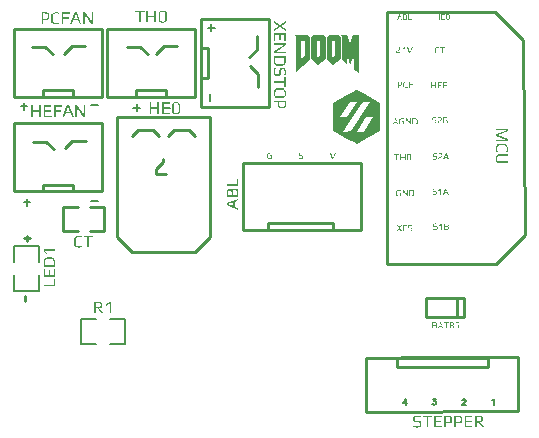
<source format=gto>
G04 Layer: TopSilkLayer*
G04 EasyEDA v6.4.19.5, 2021-04-26T22:05:49--7:00*
G04 3865de02122e4a29b7e4d10c01c85813,debd25b7e7f645e7808fdd9718494454,10*
G04 Gerber Generator version 0.2*
G04 Scale: 100 percent, Rotated: No, Reflected: No *
G04 Dimensions in millimeters *
G04 leading zeros omitted , absolute positions ,4 integer and 5 decimal *
%FSLAX45Y45*%
%MOMM*%

%ADD10C,0.2540*%
%ADD22C,0.1999*%
%ADD23C,0.1524*%
%ADD25C,0.2500*%

%LPD*%
G36*
X8713774Y7494016D02*
G01*
X8712098Y7493457D01*
X8701481Y7488072D01*
X8682837Y7477912D01*
X8627922Y7446975D01*
X8512352Y7380579D01*
X8512352Y7266787D01*
X8572906Y7266787D01*
X8653170Y7388656D01*
X8712606Y7388656D01*
X8630716Y7264349D01*
X8586216Y7264450D01*
X8577427Y7264806D01*
X8573414Y7265568D01*
X8572906Y7266787D01*
X8512352Y7266787D01*
X8512352Y7148118D01*
X8526577Y7139940D01*
X8600338Y7139940D01*
X8657844Y7226808D01*
X8740597Y7352639D01*
X8764574Y7388656D01*
X8823807Y7388656D01*
X8660688Y7140905D01*
X8606373Y7140041D01*
X8711793Y7140041D01*
X8793683Y7264349D01*
X8838184Y7264247D01*
X8847023Y7263892D01*
X8851036Y7263130D01*
X8851493Y7261910D01*
X8771229Y7140041D01*
X8526577Y7139940D01*
X8634628Y7077862D01*
X8686647Y7048449D01*
X8703360Y7039254D01*
X8712200Y7034784D01*
X8718092Y7037679D01*
X8754821Y7057999D01*
X8813495Y7091425D01*
X8912047Y7148118D01*
X8912047Y7380579D01*
X8762339Y7466533D01*
G37*
G36*
X7698740Y6741668D02*
G01*
X7698740Y6693916D01*
X7611618Y6693916D01*
X7611618Y6679438D01*
X7708900Y6679438D01*
X7708900Y6741668D01*
G37*
G36*
X7673086Y6657848D02*
G01*
X7670190Y6657543D01*
X7667498Y6656578D01*
X7665059Y6655003D01*
X7662925Y6652768D01*
X7661046Y6650177D01*
X7659471Y6647180D01*
X7658252Y6643827D01*
X7657338Y6640068D01*
X7656830Y6640068D01*
X7655966Y6643268D01*
X7654848Y6645960D01*
X7653528Y6648196D01*
X7652003Y6649974D01*
X7650327Y6651396D01*
X7648244Y6652463D01*
X7645857Y6653072D01*
X7643114Y6653275D01*
X7627010Y6653123D01*
X7624368Y6652717D01*
X7622031Y6652006D01*
X7620000Y6650990D01*
X7618323Y6649567D01*
X7616748Y6647637D01*
X7615377Y6645148D01*
X7614158Y6642100D01*
X7613040Y6638086D01*
X7612227Y6633464D01*
X7611770Y6628180D01*
X7611618Y6601968D01*
X7621270Y6601968D01*
X7621422Y6626656D01*
X7621778Y6630365D01*
X7622438Y6633362D01*
X7623302Y6635750D01*
X7624673Y6637528D01*
X7626400Y6638798D01*
X7628585Y6639559D01*
X7631175Y6639814D01*
X7642606Y6639814D01*
X7645450Y6639559D01*
X7647889Y6638798D01*
X7649870Y6637528D01*
X7651496Y6635750D01*
X7652613Y6633413D01*
X7653426Y6630416D01*
X7653883Y6626809D01*
X7654036Y6601968D01*
X7663180Y6601968D01*
X7663230Y6627723D01*
X7663434Y6630924D01*
X7663891Y6633667D01*
X7664703Y6636766D01*
X7666024Y6639610D01*
X7666939Y6640728D01*
X7668006Y6641592D01*
X7669275Y6642252D01*
X7672425Y6643014D01*
X7688834Y6643116D01*
X7691424Y6642862D01*
X7693609Y6642049D01*
X7695336Y6640677D01*
X7696708Y6638798D01*
X7697622Y6636105D01*
X7698231Y6632651D01*
X7698638Y6628384D01*
X7698740Y6601968D01*
X7611618Y6601968D01*
X7611618Y6587490D01*
X7708900Y6587490D01*
X7708900Y6623303D01*
X7707833Y6639153D01*
X7704581Y6649720D01*
X7702042Y6653275D01*
X7698689Y6655816D01*
X7694523Y6657340D01*
X7689596Y6657848D01*
G37*
G36*
X7708900Y6572503D02*
G01*
X7611618Y6534657D01*
X7611618Y6524752D01*
X7625334Y6524752D01*
X7625334Y6526276D01*
X7669275Y6542785D01*
X7669275Y6508242D01*
X7625334Y6524752D01*
X7611618Y6524752D01*
X7611618Y6517894D01*
X7708900Y6479286D01*
X7708900Y6493764D01*
X7679436Y6504685D01*
X7679436Y6546342D01*
X7708900Y6557518D01*
G37*
G36*
X8484870Y6960616D02*
G01*
X8504936Y6908800D01*
X8513826Y6908800D01*
X8534654Y6960616D01*
X8526780Y6960616D01*
X8510270Y6916166D01*
X8509508Y6916166D01*
X8492998Y6960616D01*
G37*
G36*
X8242046Y6961631D02*
G01*
X8235188Y6961327D01*
X8229853Y6960362D01*
X8227822Y6959549D01*
X8224672Y6957517D01*
X8223503Y6956298D01*
X8222742Y6954926D01*
X8221827Y6951472D01*
X8221725Y6945375D01*
X8221929Y6942277D01*
X8222488Y6939686D01*
X8223453Y6937451D01*
X8224774Y6935724D01*
X8226704Y6934403D01*
X8229142Y6933438D01*
X8232140Y6932879D01*
X8244027Y6932574D01*
X8245856Y6932371D01*
X8247329Y6931964D01*
X8248396Y6931406D01*
X8249259Y6930644D01*
X8249920Y6929628D01*
X8250428Y6926834D01*
X8250275Y6918350D01*
X8249716Y6916978D01*
X8248853Y6915912D01*
X8247634Y6915150D01*
X8246160Y6914591D01*
X8241842Y6913981D01*
X8235391Y6913981D01*
X8227263Y6914896D01*
X8222742Y6915658D01*
X8222742Y6909308D01*
X8231276Y6908342D01*
X8238490Y6908038D01*
X8244687Y6908342D01*
X8249666Y6909308D01*
X8251698Y6910171D01*
X8253425Y6911238D01*
X8254847Y6912457D01*
X8256016Y6913880D01*
X8256879Y6915658D01*
X8257540Y6917690D01*
X8258048Y6922516D01*
X8257946Y6928510D01*
X8257336Y6932015D01*
X8256778Y6933438D01*
X8255050Y6935673D01*
X8253882Y6936536D01*
X8250885Y6937806D01*
X8246719Y6938416D01*
X8237981Y6938518D01*
X8233867Y6938822D01*
X8232292Y6939229D01*
X8231124Y6939788D01*
X8230362Y6940499D01*
X8229803Y6941413D01*
X8229447Y6942531D01*
X8229346Y6949694D01*
X8229498Y6951370D01*
X8229904Y6952742D01*
X8230616Y6953910D01*
X8231631Y6954774D01*
X8233206Y6955332D01*
X8235391Y6955739D01*
X8241538Y6956044D01*
X8247430Y6955739D01*
X8255508Y6954774D01*
X8255508Y6960616D01*
X8248091Y6961378D01*
G37*
G36*
X7979156Y6961631D02*
G01*
X7975193Y6961428D01*
X7967827Y6960108D01*
X7961985Y6958075D01*
X7960309Y6957059D01*
X7958836Y6955790D01*
X7957566Y6954266D01*
X7956550Y6952640D01*
X7955838Y6950811D01*
X7955432Y6948830D01*
X7955280Y6946646D01*
X7955381Y6920382D01*
X7956143Y6917334D01*
X7957616Y6914692D01*
X7959648Y6912660D01*
X7962087Y6911238D01*
X7965033Y6910070D01*
X7968234Y6909104D01*
X7971281Y6908444D01*
X7977428Y6908038D01*
X7983677Y6908190D01*
X7988452Y6908596D01*
X7993329Y6909308D01*
X7998459Y6910324D01*
X7998459Y6938264D01*
X7978902Y6938264D01*
X7978902Y6932930D01*
X7991094Y6932930D01*
X7991094Y6914642D01*
X7985201Y6913676D01*
X7979664Y6913372D01*
X7974075Y6913625D01*
X7971332Y6914083D01*
X7968742Y6914896D01*
X7966456Y6916115D01*
X7964678Y6917690D01*
X7963357Y6919823D01*
X7962900Y6922262D01*
X7962900Y6946646D01*
X7967014Y6953707D01*
X7979409Y6956044D01*
X7988553Y6955536D01*
X7993481Y6954977D01*
X7997190Y6954266D01*
X7997190Y6960362D01*
X7988604Y6961327D01*
G37*
G36*
X8193024Y7957566D02*
G01*
X8200898Y7947659D01*
X8200898Y7910575D01*
X8271764Y7910575D01*
X8271764Y7776972D01*
X8245094Y7756398D01*
X8245094Y7910575D01*
X8200898Y7910575D01*
X8200898Y7654544D01*
X8197850Y7646924D01*
X8319770Y7744459D01*
X8319770Y7941309D01*
X8292592Y7957566D01*
G37*
G36*
X8582152Y7956550D02*
G01*
X8589772Y7944866D01*
X8589772Y7746238D01*
X8586724Y7743698D01*
X8630158Y7711440D01*
X8630158Y7814564D01*
X8660130Y7707630D01*
X8689340Y7787386D01*
X8689340Y7680959D01*
X8682736Y7671816D01*
X8710168Y7651242D01*
X8736076Y7632192D01*
X8730742Y7656068D01*
X8730742Y7946898D01*
X8734044Y7956550D01*
X8682736Y7956550D01*
X8659622Y7893303D01*
X8634730Y7956550D01*
G37*
G36*
X8476742Y7956550D02*
G01*
X8459724Y7937246D01*
X8459724Y7908798D01*
X8532368Y7908798D01*
X8532368Y7784084D01*
X8505698Y7761224D01*
X8505698Y7908798D01*
X8459724Y7908798D01*
X8459724Y7751825D01*
X8515350Y7707375D01*
X8581136Y7755636D01*
X8581136Y7938516D01*
X8563356Y7956550D01*
G37*
G36*
X8346948Y7956550D02*
G01*
X8329675Y7937246D01*
X8329675Y7908798D01*
X8402320Y7908798D01*
X8402320Y7784084D01*
X8375650Y7761224D01*
X8375650Y7908798D01*
X8329675Y7908798D01*
X8329675Y7751825D01*
X8385302Y7707375D01*
X8451342Y7755636D01*
X8451342Y7938516D01*
X8433308Y7956550D01*
G37*
G36*
X9483547Y8134350D02*
G01*
X9478924Y8133943D01*
X9474657Y8132775D01*
X9472879Y8131911D01*
X9471456Y8130489D01*
X9470186Y8128609D01*
X9469272Y8126272D01*
X9468916Y8123478D01*
X9468882Y8098536D01*
X9475216Y8098536D01*
X9475266Y8123986D01*
X9475622Y8126526D01*
X9475978Y8127492D01*
X9477248Y8128762D01*
X9479026Y8129524D01*
X9481515Y8129879D01*
X9484868Y8130031D01*
X9488170Y8129879D01*
X9490456Y8129524D01*
X9492234Y8128762D01*
X9493504Y8127492D01*
X9494266Y8125358D01*
X9494520Y8122412D01*
X9494469Y8097215D01*
X9493961Y8095081D01*
X9493046Y8093405D01*
X9492437Y8092744D01*
X9490710Y8091931D01*
X9488220Y8091576D01*
X9484868Y8091424D01*
X9481515Y8091576D01*
X9479026Y8091931D01*
X9477248Y8092744D01*
X9475978Y8094218D01*
X9475419Y8096046D01*
X9475216Y8098536D01*
X9468882Y8098536D01*
X9469069Y8096046D01*
X9469628Y8093709D01*
X9470694Y8091728D01*
X9471914Y8090408D01*
X9473641Y8089239D01*
X9475724Y8088375D01*
X9480753Y8087512D01*
X9487357Y8087410D01*
X9491726Y8087817D01*
X9494012Y8088375D01*
X9495891Y8089239D01*
X9497568Y8090408D01*
X9498888Y8091931D01*
X9499854Y8093964D01*
X9500616Y8096402D01*
X9500870Y8099044D01*
X9500819Y8123732D01*
X9500311Y8126526D01*
X9499447Y8128812D01*
X9498279Y8130590D01*
X9496755Y8131911D01*
X9494875Y8132927D01*
X9492742Y8133588D01*
X9487509Y8134299D01*
G37*
G36*
X9429750Y8133588D02*
G01*
X9429750Y8088122D01*
X9460992Y8088122D01*
X9460992Y8092948D01*
X9436608Y8092948D01*
X9436608Y8109203D01*
X9457944Y8109203D01*
X9457944Y8114030D01*
X9436608Y8114030D01*
X9436608Y8128762D01*
X9460230Y8128762D01*
X9460230Y8133588D01*
G37*
G36*
X9380220Y8133588D02*
G01*
X9380220Y8088122D01*
X9387078Y8088122D01*
X9387078Y8109203D01*
X9411208Y8109203D01*
X9411208Y8088122D01*
X9418066Y8088122D01*
X9418066Y8133588D01*
X9411208Y8133588D01*
X9411208Y8114030D01*
X9387078Y8114030D01*
X9387078Y8133588D01*
G37*
G36*
X9096451Y7253731D02*
G01*
X9092336Y7253528D01*
X9084970Y7252208D01*
X9079280Y7250175D01*
X9077604Y7249159D01*
X9076131Y7247890D01*
X9074861Y7246366D01*
X9073896Y7244740D01*
X9073184Y7242911D01*
X9072727Y7240930D01*
X9072575Y7238746D01*
X9072676Y7212482D01*
X9073438Y7209434D01*
X9074912Y7206792D01*
X9076842Y7204760D01*
X9077909Y7203948D01*
X9080703Y7202728D01*
X9087002Y7200849D01*
X9089847Y7200392D01*
X9096451Y7200138D01*
X9105544Y7200696D01*
X9110421Y7201408D01*
X9115501Y7202424D01*
X9115501Y7230364D01*
X9096197Y7230364D01*
X9096197Y7225030D01*
X9108389Y7225030D01*
X9108389Y7206742D01*
X9102496Y7205776D01*
X9096959Y7205472D01*
X9091117Y7205725D01*
X9088577Y7206183D01*
X9086037Y7206996D01*
X9083598Y7208215D01*
X9081719Y7209790D01*
X9080601Y7211923D01*
X9080195Y7214362D01*
X9080195Y7238746D01*
X9084259Y7245807D01*
X9096451Y7248144D01*
X9105595Y7247636D01*
X9110573Y7247077D01*
X9114231Y7246366D01*
X9114231Y7252462D01*
X9105849Y7253427D01*
G37*
G36*
X9185097Y7252716D02*
G01*
X9185097Y7247381D01*
X9207296Y7247381D01*
X9212376Y7246874D01*
X9214561Y7246213D01*
X9216694Y7245299D01*
X9218472Y7243775D01*
X9219590Y7241743D01*
X9220098Y7239355D01*
X9220149Y7215124D01*
X9219234Y7211212D01*
X9216491Y7208469D01*
X9211868Y7206792D01*
X9205417Y7206234D01*
X9192971Y7206234D01*
X9192971Y7247381D01*
X9185097Y7247381D01*
X9185097Y7200900D01*
X9205925Y7200900D01*
X9222333Y7204405D01*
X9227769Y7214870D01*
X9227769Y7237984D01*
X9222333Y7249007D01*
X9205925Y7252716D01*
G37*
G36*
X9127439Y7252716D02*
G01*
X9127439Y7200900D01*
X9134043Y7200900D01*
X9134043Y7244588D01*
X9162491Y7200900D01*
X9171635Y7200900D01*
X9171635Y7252716D01*
X9165031Y7252716D01*
X9165031Y7210044D01*
X9136583Y7252716D01*
G37*
G36*
X9037015Y7252716D02*
G01*
X9024811Y7221981D01*
X9031935Y7221981D01*
X9040571Y7245350D01*
X9041333Y7245350D01*
X9050223Y7221981D01*
X9024811Y7221981D01*
X9016441Y7200900D01*
X9024061Y7200900D01*
X9029903Y7216648D01*
X9052255Y7216648D01*
X9058097Y7200900D01*
X9066225Y7200900D01*
X9045905Y7252716D01*
G37*
G36*
X9066784Y7859928D02*
G01*
X9058300Y7859572D01*
X9050020Y7858404D01*
X9050020Y7852816D01*
X9058656Y7853984D01*
X9065260Y7854340D01*
X9070035Y7854086D01*
X9073134Y7853324D01*
X9073997Y7852562D01*
X9074658Y7851444D01*
X9075064Y7850022D01*
X9075166Y7841132D01*
X9074861Y7838998D01*
X9073896Y7837170D01*
X9072321Y7835595D01*
X9070086Y7834274D01*
X9060332Y7829956D01*
X9052864Y7825790D01*
X9051340Y7824520D01*
X9050274Y7823200D01*
X9048648Y7819542D01*
X9048292Y7817510D01*
X9048242Y7807096D01*
X9083040Y7807096D01*
X9083040Y7812684D01*
X9055608Y7812684D01*
X9055608Y7816240D01*
X9055912Y7818424D01*
X9056878Y7820253D01*
X9058452Y7821828D01*
X9060688Y7823098D01*
X9074759Y7829600D01*
X9077807Y7831226D01*
X9079941Y7832801D01*
X9081465Y7834426D01*
X9082481Y7836357D01*
X9082989Y7838795D01*
X9083040Y7848498D01*
X9082786Y7851343D01*
X9082074Y7853781D01*
X9080906Y7855813D01*
X9079230Y7857388D01*
X9077045Y7858506D01*
X9074200Y7859318D01*
X9070797Y7859775D01*
G37*
G36*
X9136380Y7858912D02*
G01*
X9156446Y7807096D01*
X9165590Y7807096D01*
X9186164Y7858912D01*
X9178544Y7858912D01*
X9161780Y7814462D01*
X9161018Y7814462D01*
X9144508Y7858912D01*
G37*
G36*
X9116568Y7858912D02*
G01*
X9092946Y7824876D01*
X9092946Y7823860D01*
X9099296Y7823860D01*
X9118854Y7852816D01*
X9118854Y7823860D01*
X9092946Y7823860D01*
X9092946Y7818526D01*
X9118854Y7818526D01*
X9118854Y7807096D01*
X9125458Y7807096D01*
X9125458Y7818526D01*
X9131046Y7818526D01*
X9131046Y7823860D01*
X9125458Y7823860D01*
X9125458Y7858912D01*
G37*
G36*
X9069527Y6645960D02*
G01*
X9065615Y6645757D01*
X9058249Y6644436D01*
X9052356Y6642404D01*
X9050680Y6641388D01*
X9049207Y6640118D01*
X9047937Y6638594D01*
X9046972Y6636969D01*
X9046210Y6635140D01*
X9045803Y6633159D01*
X9045651Y6630974D01*
X9045752Y6604711D01*
X9046514Y6601663D01*
X9047175Y6600240D01*
X9048953Y6597954D01*
X9051239Y6596176D01*
X9053880Y6594957D01*
X9060129Y6593027D01*
X9066174Y6592417D01*
X9069527Y6592366D01*
X9078823Y6592925D01*
X9083751Y6593636D01*
X9088831Y6594652D01*
X9088831Y6622592D01*
X9069273Y6622592D01*
X9069273Y6617258D01*
X9081465Y6617258D01*
X9081465Y6598970D01*
X9075572Y6598005D01*
X9070035Y6597700D01*
X9064447Y6597954D01*
X9061704Y6598361D01*
X9059113Y6599224D01*
X9056827Y6600393D01*
X9055049Y6602018D01*
X9053728Y6604152D01*
X9053372Y6605320D01*
X9053271Y6630974D01*
X9057436Y6637985D01*
X9069781Y6640372D01*
X9078925Y6639864D01*
X9087561Y6638594D01*
X9087561Y6644690D01*
X9078976Y6645605D01*
G37*
G36*
X9158427Y6644944D02*
G01*
X9158427Y6639610D01*
X9181896Y6639509D01*
X9184335Y6639356D01*
X9188907Y6638086D01*
X9190786Y6636816D01*
X9192209Y6635038D01*
X9193174Y6632803D01*
X9193479Y6630212D01*
X9193479Y6607352D01*
X9192564Y6603441D01*
X9189770Y6600647D01*
X9185046Y6599021D01*
X9178493Y6598462D01*
X9166047Y6598462D01*
X9166047Y6639610D01*
X9158427Y6639610D01*
X9158427Y6593128D01*
X9179255Y6593128D01*
X9195460Y6596583D01*
X9200845Y6607098D01*
X9200845Y6630212D01*
X9195409Y6641236D01*
X9179001Y6644944D01*
G37*
G36*
X9100515Y6644944D02*
G01*
X9100515Y6593128D01*
X9107373Y6593128D01*
X9107373Y6636816D01*
X9135567Y6593128D01*
X9144965Y6593128D01*
X9144965Y6644944D01*
X9138107Y6644944D01*
X9138107Y6602272D01*
X9109913Y6644944D01*
G37*
G36*
X9130284Y7563612D02*
G01*
X9113926Y7559852D01*
X9108440Y7548625D01*
X9108440Y7523988D01*
X9113926Y7513523D01*
X9130284Y7510018D01*
X9137700Y7510373D01*
X9144762Y7511542D01*
X9144762Y7517384D01*
X9137446Y7516063D01*
X9130792Y7515606D01*
X9124238Y7516164D01*
X9119565Y7517841D01*
X9116720Y7520584D01*
X9115806Y7524496D01*
X9115806Y7548880D01*
X9116110Y7551521D01*
X9116974Y7553706D01*
X9118396Y7555331D01*
X9121495Y7556957D01*
X9123781Y7557617D01*
X9128810Y7558227D01*
X9133535Y7558176D01*
X9140647Y7557160D01*
X9144508Y7556246D01*
X9144508Y7562088D01*
X9137497Y7563205D01*
G37*
G36*
X9155176Y7562596D02*
G01*
X9155176Y7510780D01*
X9162796Y7510780D01*
X9162796Y7534909D01*
X9188196Y7534909D01*
X9188196Y7540244D01*
X9162796Y7540244D01*
X9162796Y7557262D01*
X9190736Y7557262D01*
X9190736Y7562596D01*
G37*
G36*
X9064244Y7562596D02*
G01*
X9064244Y7557770D01*
X9084310Y7557770D01*
X9087612Y7557008D01*
X9089593Y7556246D01*
X9090914Y7554975D01*
X9091676Y7553452D01*
X9091930Y7551420D01*
X9091930Y7542022D01*
X9091726Y7540142D01*
X9091168Y7538516D01*
X9090202Y7537196D01*
X9088882Y7536180D01*
X9087256Y7535418D01*
X9083294Y7534503D01*
X9072118Y7534402D01*
X9072118Y7557770D01*
X9064244Y7557770D01*
X9064244Y7510780D01*
X9072118Y7510780D01*
X9072118Y7529575D01*
X9084513Y7529728D01*
X9088475Y7530287D01*
X9091879Y7531150D01*
X9094724Y7532370D01*
X9096857Y7533995D01*
X9098330Y7536129D01*
X9099245Y7538720D01*
X9099550Y7541768D01*
X9099499Y7553756D01*
X9098991Y7556042D01*
X9097975Y7557973D01*
X9096705Y7559497D01*
X9095130Y7560665D01*
X9092996Y7561529D01*
X9087104Y7562596D01*
G37*
G36*
X9148775Y8132673D02*
G01*
X9148775Y8087207D01*
X9177985Y8087207D01*
X9177985Y8092033D01*
X9155633Y8092033D01*
X9155633Y8132673D01*
G37*
G36*
X9105849Y8132673D02*
G01*
X9105849Y8128101D01*
X9122105Y8128101D01*
X9125966Y8127847D01*
X9128455Y8127085D01*
X9129776Y8125714D01*
X9130233Y8123529D01*
X9130080Y8116925D01*
X9129776Y8115808D01*
X9128455Y8114131D01*
X9127388Y8113471D01*
X9124340Y8112709D01*
X9112707Y8112607D01*
X9112707Y8128101D01*
X9105849Y8128101D01*
X9105849Y8108543D01*
X9123781Y8108543D01*
X9126778Y8108289D01*
X9129674Y8107527D01*
X9130792Y8106765D01*
X9131554Y8105698D01*
X9131960Y8104327D01*
X9132011Y8096605D01*
X9131503Y8094370D01*
X9129979Y8092795D01*
X9126982Y8092033D01*
X9122613Y8091779D01*
X9112707Y8091779D01*
X9112707Y8108543D01*
X9105849Y8108543D01*
X9105849Y8087207D01*
X9126626Y8087359D01*
X9130030Y8087715D01*
X9132824Y8088375D01*
X9135059Y8089239D01*
X9136684Y8090458D01*
X9137904Y8091982D01*
X9138615Y8093862D01*
X9138869Y8096097D01*
X9138869Y8103717D01*
X9138716Y8105190D01*
X9138259Y8106460D01*
X9137548Y8107578D01*
X9135313Y8109458D01*
X9133890Y8110220D01*
X9130487Y8111083D01*
X9130487Y8111337D01*
X9133128Y8112302D01*
X9135059Y8113623D01*
X9136380Y8115452D01*
X9136837Y8117941D01*
X9136735Y8125358D01*
X9136075Y8127644D01*
X9134906Y8129473D01*
X9132874Y8130844D01*
X9129572Y8131962D01*
X9124848Y8132622D01*
G37*
G36*
X9073591Y8132673D02*
G01*
X9062911Y8105749D01*
X9069019Y8105749D01*
X9076639Y8126069D01*
X9077401Y8126069D01*
X9085021Y8105749D01*
X9062911Y8105749D01*
X9055557Y8087207D01*
X9062161Y8087207D01*
X9067241Y8100923D01*
X9086799Y8100923D01*
X9091879Y8087207D01*
X9098991Y8087207D01*
X9081465Y8132673D01*
G37*
G36*
X9168638Y6349492D02*
G01*
X9161780Y6349187D01*
X9156446Y6348222D01*
X9154414Y6347409D01*
X9151264Y6345377D01*
X9150096Y6344158D01*
X9149334Y6342786D01*
X9148419Y6339332D01*
X9148318Y6333236D01*
X9148521Y6330137D01*
X9149080Y6327495D01*
X9150045Y6325311D01*
X9151366Y6323584D01*
X9153296Y6322263D01*
X9155734Y6321298D01*
X9158732Y6320739D01*
X9170619Y6320434D01*
X9172448Y6320231D01*
X9173921Y6319824D01*
X9175902Y6318504D01*
X9176512Y6317488D01*
X9176918Y6316218D01*
X9177020Y6307836D01*
X9176867Y6306210D01*
X9176308Y6304838D01*
X9175445Y6303772D01*
X9174226Y6303010D01*
X9170670Y6302044D01*
X9165590Y6301740D01*
X9157970Y6302197D01*
X9149334Y6303518D01*
X9149334Y6297168D01*
X9157868Y6296202D01*
X9165082Y6295898D01*
X9171330Y6296202D01*
X9176258Y6297168D01*
X9178290Y6298031D01*
X9180017Y6299047D01*
X9181439Y6300317D01*
X9182608Y6301740D01*
X9183522Y6303518D01*
X9184132Y6305550D01*
X9184538Y6307836D01*
X9184640Y6314186D01*
X9184335Y6318250D01*
X9183370Y6321298D01*
X9181642Y6323533D01*
X9180474Y6324396D01*
X9177375Y6325666D01*
X9173210Y6326276D01*
X9164574Y6326378D01*
X9160459Y6326682D01*
X9158884Y6327089D01*
X9157716Y6327648D01*
X9156852Y6328359D01*
X9156192Y6329324D01*
X9155785Y6330391D01*
X9155684Y6337554D01*
X9155836Y6339230D01*
X9156293Y6340602D01*
X9157106Y6341770D01*
X9158224Y6342634D01*
X9159798Y6343192D01*
X9161983Y6343599D01*
X9168130Y6343904D01*
X9174022Y6343599D01*
X9182100Y6342634D01*
X9182100Y6348476D01*
X9174683Y6349238D01*
G37*
G36*
X9103868Y6348476D02*
G01*
X9103868Y6296660D01*
X9139428Y6296660D01*
X9139428Y6301994D01*
X9111488Y6301994D01*
X9111488Y6320790D01*
X9136126Y6320790D01*
X9136126Y6326124D01*
X9111488Y6326124D01*
X9111488Y6343142D01*
X9138666Y6343142D01*
X9138666Y6348476D01*
G37*
G36*
X9050274Y6348476D02*
G01*
X9068562Y6323076D01*
X9049512Y6296660D01*
X9058148Y6296660D01*
X9072880Y6317742D01*
X9087612Y6296660D01*
X9096502Y6296660D01*
X9077198Y6323076D01*
X9095740Y6348476D01*
X9086850Y6348476D01*
X9072880Y6328410D01*
X9059164Y6348476D01*
G37*
G36*
X9396628Y7855712D02*
G01*
X9380220Y7851952D01*
X9374784Y7840725D01*
X9374784Y7816088D01*
X9380220Y7805623D01*
X9396628Y7802118D01*
X9404197Y7802473D01*
X9411106Y7803642D01*
X9411106Y7809484D01*
X9403791Y7808163D01*
X9397136Y7807706D01*
X9390583Y7808264D01*
X9385909Y7809941D01*
X9383064Y7812684D01*
X9382150Y7816596D01*
X9382150Y7840980D01*
X9382455Y7843621D01*
X9383369Y7845806D01*
X9384842Y7847431D01*
X9387992Y7849057D01*
X9390176Y7849717D01*
X9395307Y7850327D01*
X9400133Y7850276D01*
X9407093Y7849260D01*
X9410852Y7848346D01*
X9410852Y7854188D01*
X9403842Y7855305D01*
G37*
G36*
X9416694Y7854696D02*
G01*
X9416694Y7849362D01*
X9434220Y7849362D01*
X9434220Y7802880D01*
X9442094Y7802880D01*
X9442094Y7849362D01*
X9459620Y7849362D01*
X9459620Y7854696D01*
G37*
G36*
X9444228Y7557516D02*
G01*
X9444228Y7505700D01*
X9451848Y7505700D01*
X9451848Y7529830D01*
X9477248Y7529830D01*
X9477248Y7535164D01*
X9451848Y7535164D01*
X9451848Y7552181D01*
X9479788Y7552181D01*
X9479788Y7557516D01*
G37*
G36*
X9397746Y7557516D02*
G01*
X9397746Y7505700D01*
X9433560Y7505700D01*
X9433560Y7511034D01*
X9405620Y7511034D01*
X9405620Y7529830D01*
X9430004Y7529830D01*
X9430004Y7535164D01*
X9405620Y7535164D01*
X9405620Y7552181D01*
X9432544Y7552181D01*
X9432544Y7557516D01*
G37*
G36*
X9341104Y7557516D02*
G01*
X9341104Y7505700D01*
X9348978Y7505700D01*
X9348978Y7529830D01*
X9376664Y7529830D01*
X9376664Y7505700D01*
X9384284Y7505700D01*
X9384284Y7557516D01*
X9376664Y7557516D01*
X9376664Y7535164D01*
X9348978Y7535164D01*
X9348978Y7557516D01*
G37*
G36*
X9154922Y6948931D02*
G01*
X9150858Y6948678D01*
X9147048Y6948017D01*
X9144558Y6947255D01*
X9142526Y6946087D01*
X9140850Y6944512D01*
X9139478Y6942378D01*
X9138462Y6939686D01*
X9137954Y6936536D01*
X9137911Y6908292D01*
X9145270Y6908292D01*
X9145320Y6937146D01*
X9145828Y6939940D01*
X9146286Y6941058D01*
X9147606Y6942581D01*
X9149588Y6943598D01*
X9152382Y6944004D01*
X9160002Y6943953D01*
X9162796Y6943598D01*
X9164777Y6942581D01*
X9166098Y6941058D01*
X9167063Y6938670D01*
X9167368Y6935470D01*
X9167317Y6906615D01*
X9166809Y6903974D01*
X9165742Y6902145D01*
X9163964Y6901027D01*
X9161526Y6900316D01*
X9158376Y6899960D01*
X9154414Y6899960D01*
X9150959Y6900316D01*
X9148521Y6901027D01*
X9147606Y6901484D01*
X9146286Y6902958D01*
X9145524Y6905193D01*
X9145270Y6908292D01*
X9137911Y6908292D01*
X9138158Y6905294D01*
X9138920Y6902703D01*
X9140088Y6900265D01*
X9141460Y6898640D01*
X9143441Y6897370D01*
X9148165Y6895947D01*
X9152940Y6895388D01*
X9163050Y6895642D01*
X9165590Y6896150D01*
X9167977Y6897014D01*
X9170924Y6898640D01*
X9172295Y6900418D01*
X9173464Y6902703D01*
X9174226Y6905447D01*
X9174480Y6908546D01*
X9174429Y6936790D01*
X9173921Y6939940D01*
X9172905Y6942632D01*
X9171635Y6944664D01*
X9170009Y6946087D01*
X9167825Y6947255D01*
X9162948Y6948525D01*
X9157868Y6948931D01*
G37*
G36*
X9083294Y6947916D02*
G01*
X9083294Y6896100D01*
X9090914Y6896100D01*
X9090914Y6920230D01*
X9118600Y6920230D01*
X9118600Y6896100D01*
X9126220Y6896100D01*
X9126220Y6947916D01*
X9118600Y6947916D01*
X9118600Y6925564D01*
X9090914Y6925564D01*
X9090914Y6947916D01*
G37*
G36*
X9031732Y6947916D02*
G01*
X9031732Y6942581D01*
X9049258Y6942581D01*
X9049258Y6896100D01*
X9057132Y6896100D01*
X9057132Y6942581D01*
X9074658Y6942581D01*
X9074658Y6947916D01*
G37*
G36*
X9381236Y6362192D02*
G01*
X9374378Y6361887D01*
X9369044Y6360922D01*
X9367012Y6360109D01*
X9363862Y6358077D01*
X9362694Y6356858D01*
X9361932Y6355486D01*
X9361017Y6352032D01*
X9360916Y6345936D01*
X9361119Y6342837D01*
X9361678Y6340195D01*
X9362643Y6338011D01*
X9363964Y6336284D01*
X9365894Y6334963D01*
X9368332Y6333998D01*
X9371330Y6333439D01*
X9383217Y6333134D01*
X9385046Y6332931D01*
X9386519Y6332524D01*
X9388500Y6331204D01*
X9389110Y6330188D01*
X9389618Y6327394D01*
X9389465Y6318910D01*
X9388906Y6317538D01*
X9388043Y6316472D01*
X9386824Y6315710D01*
X9385350Y6315151D01*
X9383420Y6314744D01*
X9378188Y6314440D01*
X9370720Y6314897D01*
X9361932Y6316218D01*
X9361932Y6309868D01*
X9370415Y6308902D01*
X9377680Y6308598D01*
X9383928Y6308902D01*
X9388856Y6309868D01*
X9390888Y6310731D01*
X9392615Y6311747D01*
X9394037Y6313017D01*
X9395206Y6314440D01*
X9396120Y6316218D01*
X9396730Y6318250D01*
X9397136Y6320536D01*
X9397238Y6326886D01*
X9396933Y6330950D01*
X9395968Y6333998D01*
X9394240Y6336233D01*
X9393072Y6337096D01*
X9390075Y6338366D01*
X9385909Y6338976D01*
X9377172Y6339078D01*
X9373057Y6339382D01*
X9371482Y6339789D01*
X9370314Y6340348D01*
X9369552Y6341059D01*
X9368637Y6343091D01*
X9368536Y6350254D01*
X9368688Y6351930D01*
X9369094Y6353302D01*
X9369806Y6354470D01*
X9370822Y6355334D01*
X9372396Y6355892D01*
X9374581Y6356299D01*
X9380728Y6356604D01*
X9386620Y6356299D01*
X9394698Y6355334D01*
X9394698Y6361176D01*
X9387281Y6361938D01*
G37*
G36*
X9454642Y6361176D02*
G01*
X9454642Y6356096D01*
X9473184Y6356096D01*
X9477552Y6355842D01*
X9480550Y6355080D01*
X9481413Y6354318D01*
X9482074Y6353352D01*
X9482582Y6350762D01*
X9482429Y6343243D01*
X9482074Y6342024D01*
X9481413Y6340957D01*
X9480550Y6340094D01*
X9479330Y6339433D01*
X9475774Y6338671D01*
X9462516Y6338570D01*
X9462516Y6356096D01*
X9454642Y6356096D01*
X9454642Y6333744D01*
X9475165Y6333744D01*
X9478670Y6333439D01*
X9481870Y6332677D01*
X9483140Y6331813D01*
X9484055Y6330543D01*
X9484563Y6328867D01*
X9484614Y6320028D01*
X9484461Y6318707D01*
X9484004Y6317589D01*
X9483191Y6316675D01*
X9480702Y6315405D01*
X9478924Y6314998D01*
X9473946Y6314694D01*
X9462516Y6314694D01*
X9462516Y6333744D01*
X9454642Y6333744D01*
X9454642Y6309360D01*
X9478518Y6309512D01*
X9482378Y6309918D01*
X9485528Y6310630D01*
X9487916Y6311646D01*
X9489795Y6313017D01*
X9491167Y6314795D01*
X9491980Y6317081D01*
X9492234Y6319774D01*
X9492234Y6328410D01*
X9492081Y6329984D01*
X9491573Y6331458D01*
X9490811Y6332778D01*
X9489694Y6333998D01*
X9486696Y6335725D01*
X9482836Y6336792D01*
X9482836Y6337046D01*
X9485934Y6338062D01*
X9488170Y6339586D01*
X9489490Y6341668D01*
X9489846Y6342989D01*
X9489948Y6351524D01*
X9489643Y6354419D01*
X9488678Y6356604D01*
X9487916Y6357569D01*
X9485477Y6359245D01*
X9481769Y6360464D01*
X9476435Y6361074D01*
G37*
G36*
X9427210Y6361176D02*
G01*
X9411462Y6350254D01*
X9411462Y6343650D01*
X9427210Y6354064D01*
X9427210Y6309360D01*
X9434068Y6309360D01*
X9434068Y6361176D01*
G37*
G36*
X9374886Y6656831D02*
G01*
X9368028Y6656527D01*
X9362694Y6655562D01*
X9360662Y6654749D01*
X9357512Y6652717D01*
X9356344Y6651498D01*
X9355582Y6650126D01*
X9354667Y6646672D01*
X9354566Y6640575D01*
X9354769Y6637477D01*
X9355328Y6634886D01*
X9356293Y6632651D01*
X9357614Y6630924D01*
X9359544Y6629603D01*
X9361982Y6628638D01*
X9364980Y6628079D01*
X9376867Y6627774D01*
X9378696Y6627571D01*
X9380169Y6627164D01*
X9382150Y6625844D01*
X9382760Y6624828D01*
X9383268Y6622034D01*
X9383115Y6613550D01*
X9382556Y6612178D01*
X9381693Y6611112D01*
X9380474Y6610350D01*
X9379000Y6609791D01*
X9377070Y6609384D01*
X9371838Y6609080D01*
X9364370Y6609537D01*
X9355582Y6610858D01*
X9355582Y6604508D01*
X9364065Y6603542D01*
X9371330Y6603238D01*
X9377578Y6603542D01*
X9382506Y6604508D01*
X9384538Y6605371D01*
X9386265Y6606438D01*
X9387687Y6607657D01*
X9388856Y6609080D01*
X9389770Y6610858D01*
X9390380Y6612890D01*
X9390786Y6615175D01*
X9390888Y6621525D01*
X9390583Y6625590D01*
X9389618Y6628638D01*
X9387890Y6630873D01*
X9386722Y6631736D01*
X9383725Y6633006D01*
X9379559Y6633616D01*
X9370822Y6633718D01*
X9366707Y6634022D01*
X9365132Y6634429D01*
X9363964Y6634988D01*
X9363202Y6635699D01*
X9362643Y6636613D01*
X9362287Y6637731D01*
X9362186Y6644894D01*
X9362338Y6646570D01*
X9362744Y6647942D01*
X9363456Y6649110D01*
X9364472Y6649974D01*
X9366046Y6650532D01*
X9368231Y6650939D01*
X9374378Y6651244D01*
X9380270Y6650939D01*
X9388348Y6649974D01*
X9388348Y6655816D01*
X9380931Y6656578D01*
G37*
G36*
X9463532Y6655816D02*
G01*
X9451328Y6625081D01*
X9458452Y6625081D01*
X9467088Y6648450D01*
X9467850Y6648450D01*
X9476740Y6625081D01*
X9451328Y6625081D01*
X9442958Y6604000D01*
X9450578Y6604000D01*
X9456420Y6619748D01*
X9478518Y6619748D01*
X9484614Y6604000D01*
X9492742Y6604000D01*
X9472422Y6655816D01*
G37*
G36*
X9420860Y6655816D02*
G01*
X9405112Y6644894D01*
X9405112Y6638290D01*
X9420860Y6648703D01*
X9420860Y6604000D01*
X9427718Y6604000D01*
X9427718Y6655816D01*
G37*
G36*
X9422130Y6956552D02*
G01*
X9413595Y6956145D01*
X9405366Y6955028D01*
X9405366Y6949440D01*
X9414002Y6950608D01*
X9420606Y6950964D01*
X9425381Y6950709D01*
X9428480Y6949948D01*
X9429496Y6949135D01*
X9430207Y6948068D01*
X9430613Y6946595D01*
X9430766Y6937756D01*
X9430461Y6935622D01*
X9429496Y6933742D01*
X9427921Y6932168D01*
X9425686Y6930898D01*
X9415678Y6926580D01*
X9408261Y6922363D01*
X9405772Y6919823D01*
X9404756Y6918147D01*
X9403994Y6916166D01*
X9403638Y6914134D01*
X9403588Y6903720D01*
X9438386Y6903720D01*
X9438386Y6909308D01*
X9410954Y6909308D01*
X9410954Y6912864D01*
X9411309Y6914997D01*
X9412274Y6916877D01*
X9413951Y6918452D01*
X9416288Y6919722D01*
X9430156Y6926173D01*
X9433204Y6927850D01*
X9435388Y6929374D01*
X9436912Y6931050D01*
X9437827Y6932980D01*
X9438335Y6935368D01*
X9438386Y6945122D01*
X9438132Y6947966D01*
X9437420Y6950405D01*
X9436252Y6952386D01*
X9434576Y6954012D01*
X9432391Y6955129D01*
X9429546Y6955942D01*
X9426143Y6956399D01*
G37*
G36*
X9377426Y6956552D02*
G01*
X9370568Y6956247D01*
X9365234Y6955281D01*
X9363202Y6954469D01*
X9360052Y6952437D01*
X9358884Y6951218D01*
X9358122Y6949846D01*
X9357207Y6946392D01*
X9357106Y6940296D01*
X9357309Y6937197D01*
X9357868Y6934555D01*
X9358833Y6932371D01*
X9360154Y6930644D01*
X9362084Y6929323D01*
X9364522Y6928358D01*
X9367520Y6927799D01*
X9379407Y6927494D01*
X9381236Y6927291D01*
X9382709Y6926884D01*
X9384690Y6925564D01*
X9385300Y6924548D01*
X9385706Y6923278D01*
X9385808Y6914896D01*
X9385655Y6913270D01*
X9385096Y6911898D01*
X9384233Y6910831D01*
X9383014Y6910070D01*
X9381540Y6909511D01*
X9377222Y6908901D01*
X9370771Y6908901D01*
X9362643Y6909816D01*
X9358122Y6910578D01*
X9358122Y6904228D01*
X9366656Y6903262D01*
X9373870Y6902958D01*
X9380118Y6903262D01*
X9385046Y6904228D01*
X9387078Y6905091D01*
X9388805Y6906158D01*
X9390227Y6907377D01*
X9391396Y6908800D01*
X9392259Y6910578D01*
X9392920Y6912609D01*
X9393428Y6917436D01*
X9393326Y6923379D01*
X9392716Y6926935D01*
X9392158Y6928358D01*
X9390430Y6930593D01*
X9389262Y6931456D01*
X9386265Y6932726D01*
X9382099Y6933336D01*
X9373362Y6933438D01*
X9369247Y6933742D01*
X9367672Y6934149D01*
X9366504Y6934708D01*
X9365742Y6935419D01*
X9364827Y6937451D01*
X9364726Y6944614D01*
X9364878Y6946290D01*
X9365284Y6947662D01*
X9365996Y6948830D01*
X9367012Y6949694D01*
X9368586Y6950252D01*
X9370771Y6950659D01*
X9376918Y6950964D01*
X9382810Y6950659D01*
X9390888Y6949694D01*
X9390888Y6955536D01*
X9383471Y6956298D01*
G37*
G36*
X9466072Y6955536D02*
G01*
X9453868Y6924802D01*
X9460992Y6924802D01*
X9469628Y6948170D01*
X9470390Y6948170D01*
X9479280Y6924802D01*
X9453868Y6924802D01*
X9445498Y6903720D01*
X9453118Y6903720D01*
X9458960Y6919468D01*
X9481058Y6919468D01*
X9487154Y6903720D01*
X9495282Y6903720D01*
X9474962Y6955536D01*
G37*
G36*
X9417050Y7262825D02*
G01*
X9408515Y7262418D01*
X9400286Y7261301D01*
X9400286Y7255713D01*
X9408922Y7256830D01*
X9415526Y7257237D01*
X9420301Y7256983D01*
X9423400Y7256221D01*
X9424416Y7255408D01*
X9425127Y7254290D01*
X9425533Y7252868D01*
X9425686Y7244029D01*
X9425381Y7241844D01*
X9424416Y7240016D01*
X9422841Y7238441D01*
X9420606Y7237171D01*
X9410598Y7232853D01*
X9404096Y7229297D01*
X9402368Y7228027D01*
X9400184Y7225284D01*
X9399270Y7223455D01*
X9398711Y7221423D01*
X9398508Y7219391D01*
X9398508Y7209993D01*
X9433306Y7209993D01*
X9433306Y7215581D01*
X9405874Y7215581D01*
X9405874Y7219137D01*
X9406229Y7221270D01*
X9407194Y7223099D01*
X9408871Y7224674D01*
X9411208Y7225995D01*
X9425025Y7232446D01*
X9428073Y7234072D01*
X9430308Y7235647D01*
X9431832Y7237272D01*
X9432747Y7239203D01*
X9433255Y7241641D01*
X9433306Y7251395D01*
X9433052Y7254189D01*
X9432340Y7256627D01*
X9431172Y7258659D01*
X9429496Y7260285D01*
X9427311Y7261352D01*
X9424466Y7262164D01*
X9421063Y7262622D01*
G37*
G36*
X9372346Y7262825D02*
G01*
X9365488Y7262469D01*
X9360154Y7261555D01*
X9356394Y7259777D01*
X9353804Y7257491D01*
X9352483Y7254494D01*
X9352127Y7252665D01*
X9352026Y7246569D01*
X9352229Y7243470D01*
X9352788Y7240828D01*
X9353753Y7238644D01*
X9355074Y7236917D01*
X9357004Y7235545D01*
X9359442Y7234631D01*
X9362440Y7234021D01*
X9372092Y7233869D01*
X9376156Y7233513D01*
X9378696Y7232599D01*
X9379559Y7231837D01*
X9380220Y7230821D01*
X9380728Y7228027D01*
X9380575Y7219492D01*
X9380016Y7218172D01*
X9379153Y7217105D01*
X9377934Y7216343D01*
X9376460Y7215784D01*
X9372142Y7215124D01*
X9365691Y7215174D01*
X9357563Y7216038D01*
X9353042Y7216851D01*
X9353042Y7210501D01*
X9361576Y7209536D01*
X9368790Y7209231D01*
X9374987Y7209536D01*
X9379966Y7210501D01*
X9381998Y7211314D01*
X9383725Y7212380D01*
X9385147Y7213600D01*
X9386316Y7215073D01*
X9387179Y7216851D01*
X9387840Y7218883D01*
X9388348Y7223709D01*
X9388246Y7229652D01*
X9387636Y7233208D01*
X9387078Y7234631D01*
X9385350Y7236815D01*
X9382760Y7238441D01*
X9379254Y7239355D01*
X9374378Y7239711D01*
X9366046Y7239762D01*
X9362592Y7240422D01*
X9361424Y7240981D01*
X9360662Y7241692D01*
X9360103Y7242606D01*
X9359747Y7243724D01*
X9359646Y7250887D01*
X9359798Y7252512D01*
X9360204Y7253935D01*
X9360916Y7255052D01*
X9361932Y7255967D01*
X9365691Y7256881D01*
X9371838Y7257237D01*
X9377730Y7256881D01*
X9385808Y7255967D01*
X9385808Y7261809D01*
X9378391Y7262571D01*
G37*
G36*
X9445752Y7261809D02*
G01*
X9445752Y7256729D01*
X9464294Y7256729D01*
X9468662Y7256475D01*
X9471660Y7255713D01*
X9472523Y7254951D01*
X9473184Y7253986D01*
X9473692Y7251395D01*
X9473539Y7243825D01*
X9473184Y7242606D01*
X9472523Y7241540D01*
X9471660Y7240727D01*
X9470440Y7240016D01*
X9466884Y7239253D01*
X9453626Y7239203D01*
X9453626Y7256729D01*
X9445752Y7256729D01*
X9445752Y7234377D01*
X9467342Y7234275D01*
X9470542Y7233970D01*
X9472168Y7233615D01*
X9473692Y7232903D01*
X9474708Y7231837D01*
X9475470Y7230364D01*
X9475724Y7228535D01*
X9475724Y7220661D01*
X9475571Y7219340D01*
X9475114Y7218222D01*
X9474301Y7217308D01*
X9471812Y7216038D01*
X9467748Y7215378D01*
X9453626Y7215327D01*
X9453626Y7234377D01*
X9445752Y7234377D01*
X9445752Y7209993D01*
X9469628Y7210094D01*
X9473488Y7210552D01*
X9476638Y7211263D01*
X9479026Y7212279D01*
X9480905Y7213600D01*
X9482277Y7215428D01*
X9483090Y7217664D01*
X9483344Y7220407D01*
X9483344Y7229043D01*
X9483191Y7230618D01*
X9482734Y7232091D01*
X9481921Y7233412D01*
X9480804Y7234631D01*
X9479432Y7235545D01*
X9475978Y7236917D01*
X9473946Y7237425D01*
X9473946Y7237679D01*
X9475622Y7238085D01*
X9478264Y7239355D01*
X9480042Y7241184D01*
X9480956Y7243572D01*
X9481058Y7252157D01*
X9480753Y7255052D01*
X9479788Y7257237D01*
X9479026Y7258202D01*
X9476587Y7259828D01*
X9474962Y7260539D01*
X9470390Y7261453D01*
X9464294Y7261809D01*
G37*
G36*
X9518396Y5526532D02*
G01*
X9513722Y5526379D01*
X9509912Y5525820D01*
X9506864Y5524957D01*
X9504680Y5523738D01*
X9503359Y5522214D01*
X9502394Y5520690D01*
X9501835Y5518962D01*
X9501632Y5516880D01*
X9501686Y5507990D01*
X9508998Y5507990D01*
X9508998Y5516626D01*
X9509506Y5519064D01*
X9510115Y5519978D01*
X9511030Y5520690D01*
X9512350Y5521248D01*
X9516008Y5521858D01*
X9520732Y5521858D01*
X9522714Y5521655D01*
X9524288Y5521248D01*
X9526524Y5519978D01*
X9527235Y5519064D01*
X9527641Y5517946D01*
X9527794Y5516626D01*
X9527794Y5507990D01*
X9527286Y5505450D01*
X9526625Y5504535D01*
X9525762Y5503926D01*
X9522764Y5503164D01*
X9518396Y5502910D01*
X9513874Y5503164D01*
X9511030Y5503926D01*
X9510115Y5504586D01*
X9509506Y5505450D01*
X9508998Y5507990D01*
X9501686Y5507990D01*
X9502089Y5506008D01*
X9503410Y5503926D01*
X9505696Y5502402D01*
X9508998Y5501386D01*
X9508998Y5501132D01*
X9505188Y5499862D01*
X9503664Y5499049D01*
X9501276Y5496915D01*
X9500463Y5495594D01*
X9500006Y5494223D01*
X9499854Y5492750D01*
X9499878Y5482844D01*
X9507728Y5482844D01*
X9507728Y5492496D01*
X9507931Y5494324D01*
X9508591Y5495798D01*
X9509709Y5496864D01*
X9512147Y5497830D01*
X9514332Y5498338D01*
X9522460Y5498338D01*
X9525508Y5497576D01*
X9527082Y5496864D01*
X9528200Y5495798D01*
X9528860Y5494324D01*
X9529064Y5492496D01*
X9529064Y5482844D01*
X9528911Y5481523D01*
X9528454Y5480456D01*
X9527641Y5479491D01*
X9525152Y5478221D01*
X9523374Y5477814D01*
X9518396Y5477510D01*
X9513366Y5477814D01*
X9511487Y5478221D01*
X9510014Y5478780D01*
X9508998Y5479491D01*
X9508286Y5480456D01*
X9507880Y5481523D01*
X9507728Y5482844D01*
X9499878Y5482844D01*
X9500108Y5480507D01*
X9500920Y5478322D01*
X9502292Y5476595D01*
X9504172Y5475224D01*
X9506661Y5474208D01*
X9509912Y5473496D01*
X9513773Y5473090D01*
X9518396Y5472938D01*
X9523018Y5473090D01*
X9526930Y5473496D01*
X9530130Y5474208D01*
X9532620Y5475224D01*
X9534398Y5476595D01*
X9535668Y5478322D01*
X9536430Y5480507D01*
X9536684Y5483098D01*
X9536684Y5492750D01*
X9536531Y5494223D01*
X9536125Y5495594D01*
X9535414Y5496915D01*
X9534398Y5498084D01*
X9531502Y5499862D01*
X9527794Y5501132D01*
X9527794Y5501386D01*
X9530892Y5502402D01*
X9533128Y5503926D01*
X9534448Y5506008D01*
X9534804Y5507329D01*
X9534906Y5516880D01*
X9534702Y5518962D01*
X9534144Y5520690D01*
X9533331Y5522214D01*
X9531858Y5523738D01*
X9529673Y5524957D01*
X9526727Y5525820D01*
X9522968Y5526379D01*
G37*
G36*
X9549638Y5525516D02*
G01*
X9549638Y5499354D01*
X9568738Y5499252D01*
X9570720Y5498846D01*
X9571939Y5498185D01*
X9572802Y5497271D01*
X9573361Y5496052D01*
X9573514Y5494528D01*
X9573514Y5484114D01*
X9573361Y5482691D01*
X9572955Y5481421D01*
X9572244Y5480405D01*
X9571228Y5479542D01*
X9568281Y5478576D01*
X9564116Y5478272D01*
X9557054Y5478729D01*
X9548622Y5480050D01*
X9548622Y5474462D01*
X9556750Y5473344D01*
X9563862Y5472938D01*
X9569958Y5473090D01*
X9572345Y5473598D01*
X9576511Y5475224D01*
X9578187Y5476392D01*
X9579559Y5478068D01*
X9580575Y5480202D01*
X9581083Y5482742D01*
X9581134Y5495798D01*
X9580626Y5498795D01*
X9579102Y5501132D01*
X9576968Y5502656D01*
X9574530Y5503672D01*
X9571990Y5504230D01*
X9568942Y5504434D01*
X9557004Y5504434D01*
X9557004Y5520182D01*
X9579610Y5520182D01*
X9579610Y5525516D01*
G37*
G36*
X9450324Y5525516D02*
G01*
X9450324Y5520182D01*
X9467850Y5520182D01*
X9467850Y5473700D01*
X9475724Y5473700D01*
X9475724Y5520182D01*
X9493250Y5520182D01*
X9493250Y5525516D01*
G37*
G36*
X9418066Y5525516D02*
G01*
X9405862Y5494782D01*
X9412986Y5494782D01*
X9421876Y5518150D01*
X9422384Y5518150D01*
X9431274Y5494782D01*
X9405862Y5494782D01*
X9397492Y5473700D01*
X9405112Y5473700D01*
X9410954Y5489448D01*
X9433306Y5489448D01*
X9439148Y5473700D01*
X9447276Y5473700D01*
X9426956Y5525516D01*
G37*
G36*
X9353804Y5525516D02*
G01*
X9353804Y5520436D01*
X9372600Y5520436D01*
X9376765Y5520182D01*
X9379712Y5519420D01*
X9380575Y5518658D01*
X9381236Y5517692D01*
X9381744Y5515102D01*
X9381591Y5507583D01*
X9381236Y5506313D01*
X9379712Y5504434D01*
X9378492Y5503773D01*
X9376918Y5503265D01*
X9372600Y5502910D01*
X9361678Y5502910D01*
X9361678Y5520436D01*
X9353804Y5520436D01*
X9353804Y5498084D01*
X9374327Y5498084D01*
X9377832Y5497779D01*
X9381032Y5497017D01*
X9382302Y5496153D01*
X9383217Y5494883D01*
X9383725Y5493207D01*
X9383776Y5484368D01*
X9383623Y5483047D01*
X9383115Y5481980D01*
X9382353Y5481015D01*
X9379864Y5479745D01*
X9378086Y5479338D01*
X9373108Y5479034D01*
X9361678Y5479034D01*
X9361678Y5498084D01*
X9353804Y5498084D01*
X9353804Y5473700D01*
X9377680Y5473852D01*
X9381540Y5474258D01*
X9384690Y5474970D01*
X9387078Y5475986D01*
X9388957Y5477357D01*
X9390329Y5479186D01*
X9391142Y5481421D01*
X9391396Y5484114D01*
X9391396Y5492750D01*
X9391243Y5494324D01*
X9390786Y5495798D01*
X9389973Y5497118D01*
X9388856Y5498338D01*
X9385858Y5500065D01*
X9381998Y5501132D01*
X9381998Y5501386D01*
X9385096Y5502402D01*
X9387332Y5503926D01*
X9388652Y5506008D01*
X9389008Y5507329D01*
X9389110Y5515864D01*
X9388805Y5518810D01*
X9387840Y5520944D01*
X9387078Y5521909D01*
X9384639Y5523585D01*
X9380931Y5524804D01*
X9375749Y5525414D01*
G37*
G36*
X6062218Y6144260D02*
G01*
X6062218Y6131560D01*
X6082792Y6101842D01*
X6094984Y6101842D01*
X6075680Y6131306D01*
X6159500Y6131306D01*
X6159500Y6144260D01*
G37*
G36*
X6090158Y6073902D02*
G01*
X6081623Y6072784D01*
X6074613Y6069380D01*
X6069177Y6063691D01*
X6065316Y6055715D01*
X6062980Y6045504D01*
X6062218Y6033008D01*
X6062218Y6008624D01*
X6072124Y6008624D01*
X6072174Y6035598D01*
X6072530Y6040678D01*
X6073292Y6045047D01*
X6075172Y6051296D01*
X6076188Y6053226D01*
X6077458Y6054902D01*
X6078982Y6056376D01*
X6080760Y6057646D01*
X6082741Y6058662D01*
X6084976Y6059373D01*
X6087313Y6059779D01*
X6089904Y6059932D01*
X6132830Y6059932D01*
X6140145Y6058204D01*
X6145377Y6052921D01*
X6148527Y6044234D01*
X6149594Y6031992D01*
X6149594Y6008624D01*
X6062218Y6008624D01*
X6062218Y5994146D01*
X6159500Y5994146D01*
X6159500Y6033008D01*
X6158788Y6045504D01*
X6156553Y6055715D01*
X6152896Y6063691D01*
X6147765Y6069380D01*
X6141161Y6072784D01*
X6133084Y6073902D01*
G37*
G36*
X6149340Y5974080D02*
G01*
X6149340Y5921756D01*
X6114288Y5921756D01*
X6114288Y5967730D01*
X6104128Y5967730D01*
X6104128Y5921756D01*
X6072378Y5921756D01*
X6072378Y5972556D01*
X6062218Y5972556D01*
X6062218Y5907278D01*
X6159500Y5907278D01*
X6159500Y5974080D01*
G37*
G36*
X6149340Y5891530D02*
G01*
X6149340Y5843778D01*
X6062218Y5843778D01*
X6062218Y5829300D01*
X6159500Y5829300D01*
X6159500Y5891530D01*
G37*
G36*
X6619748Y5697982D02*
G01*
X6590030Y5677408D01*
X6590030Y5665216D01*
X6619748Y5684520D01*
X6619748Y5600700D01*
X6632702Y5600700D01*
X6632702Y5697982D01*
G37*
G36*
X6489700Y5697982D02*
G01*
X6489700Y5688330D01*
X6524498Y5688330D01*
X6538772Y5685586D01*
X6543548Y5677408D01*
X6543548Y5663946D01*
X6543243Y5660796D01*
X6542328Y5658154D01*
X6540855Y5656072D01*
X6538722Y5654548D01*
X6535928Y5653328D01*
X6532422Y5652465D01*
X6528206Y5651906D01*
X6504178Y5651754D01*
X6504178Y5688330D01*
X6489700Y5688330D01*
X6489700Y5600700D01*
X6504178Y5600700D01*
X6504178Y5642356D01*
X6518148Y5642356D01*
X6546088Y5600700D01*
X6564122Y5600700D01*
X6532880Y5644134D01*
X6538112Y5644438D01*
X6542836Y5645302D01*
X6547104Y5646724D01*
X6550914Y5648706D01*
X6554012Y5651347D01*
X6556248Y5654497D01*
X6557568Y5658104D01*
X6558025Y5662168D01*
X6558025Y5678932D01*
X6557822Y5682640D01*
X6557213Y5685840D01*
X6556146Y5688584D01*
X6554724Y5690870D01*
X6552742Y5692749D01*
X6550304Y5694324D01*
X6547408Y5695543D01*
X6544056Y5696458D01*
X6535318Y5697626D01*
X6523735Y5697982D01*
G37*
G36*
X9229344Y4734306D02*
G01*
X9222486Y4734153D01*
X9216390Y4733747D01*
X9211056Y4733036D01*
X9206484Y4732020D01*
X9202572Y4730597D01*
X9199321Y4728921D01*
X9196628Y4726940D01*
X9194546Y4724654D01*
X9192971Y4721961D01*
X9191904Y4718862D01*
X9191193Y4715459D01*
X9190990Y4711700D01*
X9190990Y4703826D01*
X9191345Y4698238D01*
X9192514Y4693462D01*
X9194444Y4689500D01*
X9197086Y4686300D01*
X9200642Y4683760D01*
X9205214Y4681931D01*
X9210802Y4680813D01*
X9217406Y4680458D01*
X9232950Y4680305D01*
X9236405Y4679797D01*
X9239148Y4679035D01*
X9241282Y4677918D01*
X9242856Y4676394D01*
X9243923Y4674412D01*
X9244634Y4671974D01*
X9244838Y4669028D01*
X9244838Y4656582D01*
X9244533Y4653432D01*
X9243568Y4650790D01*
X9241993Y4648708D01*
X9239758Y4647184D01*
X9236862Y4646168D01*
X9233204Y4645456D01*
X9228836Y4645050D01*
X9223756Y4644898D01*
X9209481Y4645761D01*
X9193022Y4648454D01*
X9193022Y4636516D01*
X9209074Y4634636D01*
X9222740Y4633976D01*
X9228886Y4634128D01*
X9234424Y4634636D01*
X9239300Y4635398D01*
X9243568Y4636516D01*
X9247225Y4637989D01*
X9250426Y4639970D01*
X9253067Y4642307D01*
X9255252Y4645152D01*
X9257030Y4648352D01*
X9258300Y4652111D01*
X9259062Y4656480D01*
X9259316Y4661408D01*
X9259163Y4672380D01*
X9258706Y4675886D01*
X9257893Y4678984D01*
X9256776Y4681728D01*
X9255404Y4683963D01*
X9253677Y4685944D01*
X9251492Y4687519D01*
X9248902Y4688840D01*
X9245803Y4689957D01*
X9242145Y4690719D01*
X9237929Y4691227D01*
X9217355Y4691532D01*
X9213850Y4691938D01*
X9211005Y4692650D01*
X9208770Y4693666D01*
X9207195Y4694986D01*
X9206077Y4696663D01*
X9205417Y4698644D01*
X9205214Y4701032D01*
X9205214Y4712208D01*
X9205518Y4715256D01*
X9206331Y4717846D01*
X9207804Y4719980D01*
X9209786Y4721606D01*
X9212681Y4722825D01*
X9216694Y4723688D01*
X9221927Y4724247D01*
X9228328Y4724400D01*
X9239300Y4723739D01*
X9254490Y4721860D01*
X9254490Y4732782D01*
X9240469Y4733950D01*
G37*
G36*
X9712706Y4732782D02*
G01*
X9712706Y4723130D01*
X9747758Y4723130D01*
X9761880Y4720386D01*
X9766554Y4712208D01*
X9766554Y4698746D01*
X9766249Y4695596D01*
X9765436Y4692954D01*
X9763963Y4690872D01*
X9761982Y4689348D01*
X9759188Y4688128D01*
X9755682Y4687265D01*
X9751466Y4686706D01*
X9727438Y4686554D01*
X9727438Y4723130D01*
X9712706Y4723130D01*
X9712706Y4635500D01*
X9727438Y4635500D01*
X9727438Y4677156D01*
X9741408Y4677156D01*
X9769348Y4635500D01*
X9787128Y4635500D01*
X9755886Y4678934D01*
X9761220Y4679238D01*
X9766046Y4680102D01*
X9770364Y4681524D01*
X9774174Y4683506D01*
X9777272Y4686147D01*
X9779508Y4689297D01*
X9780828Y4692904D01*
X9781286Y4696968D01*
X9781286Y4713732D01*
X9781082Y4717440D01*
X9780422Y4720640D01*
X9779304Y4723384D01*
X9777730Y4725670D01*
X9775850Y4727549D01*
X9773412Y4729124D01*
X9770465Y4730343D01*
X9767062Y4731258D01*
X9758476Y4732426D01*
X9746996Y4732782D01*
G37*
G36*
X9625838Y4732782D02*
G01*
X9625838Y4635500D01*
X9692640Y4635500D01*
X9692640Y4645660D01*
X9640316Y4645660D01*
X9640316Y4680712D01*
X9686290Y4680712D01*
X9686290Y4690872D01*
X9640316Y4690872D01*
X9640316Y4722622D01*
X9691116Y4722622D01*
X9691116Y4732782D01*
G37*
G36*
X9540240Y4732782D02*
G01*
X9540240Y4723638D01*
X9573006Y4723638D01*
X9579203Y4723231D01*
X9582353Y4722571D01*
X9585960Y4721504D01*
X9587534Y4720742D01*
X9588906Y4719726D01*
X9591040Y4717186D01*
X9591751Y4715662D01*
X9592157Y4713884D01*
X9592310Y4711954D01*
X9592310Y4694174D01*
X9591954Y4690618D01*
X9590836Y4687620D01*
X9589008Y4685182D01*
X9586468Y4683252D01*
X9583420Y4681677D01*
X9579864Y4680559D01*
X9575800Y4679899D01*
X9571228Y4679696D01*
X9554718Y4679696D01*
X9554718Y4723638D01*
X9540240Y4723638D01*
X9540240Y4635500D01*
X9554972Y4635500D01*
X9554972Y4670552D01*
X9569450Y4670552D01*
X9585502Y4671872D01*
X9597136Y4675886D01*
X9601250Y4678984D01*
X9604197Y4682947D01*
X9605924Y4687722D01*
X9606534Y4693412D01*
X9606534Y4713732D01*
X9606026Y4718405D01*
X9605365Y4720488D01*
X9604502Y4722368D01*
X9602216Y4725568D01*
X9597898Y4729022D01*
X9596120Y4729937D01*
X9591802Y4731258D01*
X9587179Y4732070D01*
X9582912Y4732528D01*
X9578136Y4732731D01*
G37*
G36*
X9454896Y4732782D02*
G01*
X9454896Y4723638D01*
X9487560Y4723638D01*
X9493605Y4723231D01*
X9496755Y4722571D01*
X9500412Y4721504D01*
X9501987Y4720742D01*
X9503460Y4719726D01*
X9504680Y4718558D01*
X9506204Y4715662D01*
X9506712Y4711954D01*
X9506712Y4694174D01*
X9506356Y4690618D01*
X9505289Y4687620D01*
X9503562Y4685182D01*
X9501124Y4683252D01*
X9497974Y4681677D01*
X9494418Y4680559D01*
X9490354Y4679899D01*
X9485884Y4679696D01*
X9469120Y4679696D01*
X9469120Y4723638D01*
X9454896Y4723638D01*
X9454896Y4635500D01*
X9469374Y4635500D01*
X9469374Y4670552D01*
X9483852Y4670552D01*
X9499904Y4671872D01*
X9511538Y4675886D01*
X9515652Y4678984D01*
X9518599Y4682947D01*
X9520326Y4687722D01*
X9520936Y4693412D01*
X9520834Y4716170D01*
X9519818Y4720488D01*
X9517837Y4724044D01*
X9515449Y4726838D01*
X9512452Y4729022D01*
X9510572Y4729937D01*
X9506204Y4731258D01*
X9501784Y4732070D01*
X9497568Y4732528D01*
X9492691Y4732731D01*
G37*
G36*
X9367774Y4732782D02*
G01*
X9367774Y4635500D01*
X9434576Y4635500D01*
X9434576Y4645660D01*
X9382252Y4645660D01*
X9382252Y4680712D01*
X9428226Y4680712D01*
X9428226Y4690872D01*
X9382252Y4690872D01*
X9382252Y4722622D01*
X9433306Y4722622D01*
X9433306Y4732782D01*
G37*
G36*
X9271000Y4732782D02*
G01*
X9271000Y4722622D01*
X9304020Y4722622D01*
X9304020Y4635500D01*
X9318752Y4635500D01*
X9318752Y4722622D01*
X9351518Y4722622D01*
X9351518Y4732782D01*
G37*
G36*
X7067397Y8163559D02*
G01*
X7062317Y8163407D01*
X7057288Y8163001D01*
X7052564Y8161985D01*
X7047992Y8160359D01*
X7044181Y8158175D01*
X7041083Y8155381D01*
X7039762Y8153552D01*
X7038543Y8151317D01*
X7036663Y8146186D01*
X7035647Y8140344D01*
X7035570Y8087106D01*
X7049262Y8087106D01*
X7049363Y8141512D01*
X7049719Y8144408D01*
X7050278Y8146846D01*
X7051040Y8148828D01*
X7052208Y8150352D01*
X7053630Y8151622D01*
X7055358Y8152638D01*
X7057390Y8153400D01*
X7062673Y8154365D01*
X7069836Y8154670D01*
X7076998Y8154365D01*
X7082281Y8153400D01*
X7084314Y8152638D01*
X7086041Y8151622D01*
X7087463Y8150352D01*
X7088631Y8148828D01*
X7089495Y8146846D01*
X7090156Y8144408D01*
X7090664Y8138159D01*
X7090562Y8084108D01*
X7090156Y8081518D01*
X7089495Y8079282D01*
X7088631Y8077453D01*
X7087463Y8075930D01*
X7086041Y8074659D01*
X7084314Y8073644D01*
X7082281Y8072881D01*
X7077100Y8072120D01*
X7070090Y8071866D01*
X7062927Y8072120D01*
X7057644Y8072881D01*
X7055612Y8073644D01*
X7053884Y8074659D01*
X7052462Y8075930D01*
X7051294Y8077453D01*
X7050379Y8079282D01*
X7049770Y8081518D01*
X7049363Y8084108D01*
X7049262Y8087106D01*
X7035570Y8087106D01*
X7035647Y8084718D01*
X7036663Y8079079D01*
X7038543Y8074406D01*
X7039660Y8072424D01*
X7042403Y8069325D01*
X7043928Y8068005D01*
X7047890Y8065973D01*
X7052513Y8064652D01*
X7056831Y8063788D01*
X7061200Y8063280D01*
X7066686Y8063026D01*
X7072731Y8063026D01*
X7082434Y8063687D01*
X7087260Y8064601D01*
X7091832Y8066074D01*
X7095642Y8068106D01*
X7097268Y8069325D01*
X7098741Y8070850D01*
X7101281Y8074659D01*
X7102348Y8076946D01*
X7103668Y8082076D01*
X7104024Y8084921D01*
X7104024Y8140649D01*
X7103668Y8143900D01*
X7103109Y8146745D01*
X7102348Y8149336D01*
X7101281Y8151723D01*
X7098741Y8155533D01*
X7095591Y8158276D01*
X7093712Y8159445D01*
X7089140Y8161274D01*
X7084720Y8162340D01*
X7080503Y8163052D01*
X7075830Y8163458D01*
G37*
G36*
X6932930Y8161781D02*
G01*
X6932930Y8064500D01*
X6947408Y8064500D01*
X6947408Y8109712D01*
X6999224Y8109712D01*
X6999224Y8064500D01*
X7013702Y8064500D01*
X7013702Y8161781D01*
X6999224Y8161781D01*
X6999224Y8119872D01*
X6947408Y8119872D01*
X6947408Y8161781D01*
G37*
G36*
X6836156Y8161781D02*
G01*
X6836156Y8151622D01*
X6869175Y8151622D01*
X6869175Y8064500D01*
X6883908Y8064500D01*
X6883908Y8151622D01*
X6916674Y8151622D01*
X6916674Y8161781D01*
G37*
G36*
X7180935Y7388859D02*
G01*
X7175855Y7388707D01*
X7170826Y7388301D01*
X7166102Y7387285D01*
X7161530Y7385659D01*
X7157720Y7383475D01*
X7154621Y7380681D01*
X7153300Y7378852D01*
X7152081Y7376617D01*
X7150252Y7371486D01*
X7149592Y7368692D01*
X7149084Y7362444D01*
X7149120Y7312406D01*
X7162800Y7312406D01*
X7162901Y7366812D01*
X7163257Y7369708D01*
X7163816Y7372146D01*
X7164578Y7374128D01*
X7165746Y7375652D01*
X7167168Y7376922D01*
X7168896Y7377938D01*
X7170928Y7378700D01*
X7176211Y7379665D01*
X7183374Y7379970D01*
X7190536Y7379665D01*
X7195820Y7378700D01*
X7197852Y7377938D01*
X7199579Y7376922D01*
X7201001Y7375652D01*
X7202170Y7374128D01*
X7203084Y7372146D01*
X7203694Y7369708D01*
X7204100Y7366812D01*
X7204100Y7309408D01*
X7203694Y7306818D01*
X7203084Y7304582D01*
X7202170Y7302753D01*
X7201001Y7301230D01*
X7199579Y7299959D01*
X7197852Y7298944D01*
X7195820Y7298181D01*
X7190638Y7297420D01*
X7183628Y7297166D01*
X7176465Y7297420D01*
X7171181Y7298181D01*
X7169150Y7298944D01*
X7167422Y7299959D01*
X7166000Y7301230D01*
X7164831Y7302753D01*
X7163968Y7304582D01*
X7163308Y7306818D01*
X7162800Y7312406D01*
X7149120Y7312406D01*
X7149592Y7307072D01*
X7150252Y7304379D01*
X7152081Y7299706D01*
X7153198Y7297724D01*
X7155942Y7294625D01*
X7157466Y7293305D01*
X7161428Y7291273D01*
X7166051Y7289952D01*
X7170369Y7289088D01*
X7174738Y7288580D01*
X7180224Y7288326D01*
X7186320Y7288326D01*
X7195972Y7288987D01*
X7200747Y7289901D01*
X7205370Y7291374D01*
X7209180Y7293406D01*
X7210806Y7294625D01*
X7212279Y7296150D01*
X7214819Y7299959D01*
X7216800Y7304735D01*
X7217409Y7307376D01*
X7217918Y7313168D01*
X7217918Y7362444D01*
X7217409Y7369200D01*
X7216800Y7372045D01*
X7214819Y7377023D01*
X7212279Y7380833D01*
X7209180Y7383576D01*
X7207250Y7384745D01*
X7202678Y7386574D01*
X7198258Y7387640D01*
X7194042Y7388352D01*
X7189368Y7388758D01*
G37*
G36*
X7065518Y7387081D02*
G01*
X7065518Y7289800D01*
X7132574Y7289800D01*
X7132574Y7299959D01*
X7079996Y7299959D01*
X7079996Y7335012D01*
X7125970Y7335012D01*
X7125970Y7345172D01*
X7079996Y7345172D01*
X7079996Y7376922D01*
X7131050Y7376922D01*
X7131050Y7387081D01*
G37*
G36*
X6959600Y7387081D02*
G01*
X6959600Y7289800D01*
X6974078Y7289800D01*
X6974078Y7335012D01*
X7025894Y7335012D01*
X7025894Y7289800D01*
X7040372Y7289800D01*
X7040372Y7387081D01*
X7025894Y7387081D01*
X7025894Y7345172D01*
X6974078Y7345172D01*
X6974078Y7387081D01*
G37*
G36*
X9893300Y7162800D02*
G01*
X9893300Y7149846D01*
X9975596Y7149846D01*
X9975596Y7149084D01*
X9893300Y7116825D01*
X9893300Y7103872D01*
X9975596Y7072375D01*
X9975596Y7071614D01*
X9893300Y7071614D01*
X9893300Y7058914D01*
X9990582Y7058914D01*
X9990582Y7079996D01*
X9909556Y7109459D01*
X9909556Y7109968D01*
X9990582Y7141209D01*
X9990582Y7162800D01*
G37*
G36*
X9918192Y7036816D02*
G01*
X9910114Y7035698D01*
X9903510Y7032294D01*
X9898380Y7026605D01*
X9894722Y7018629D01*
X9892487Y7008418D01*
X9891776Y6995922D01*
X9892487Y6981698D01*
X9894570Y6968490D01*
X9905746Y6968490D01*
X9903104Y6982358D01*
X9902190Y6994906D01*
X9903256Y7007148D01*
X9906406Y7015835D01*
X9911638Y7021118D01*
X9918954Y7022846D01*
X9964674Y7022846D01*
X9969652Y7022287D01*
X9973767Y7020661D01*
X9976916Y7017969D01*
X9979152Y7014209D01*
X9980676Y7009993D01*
X9981692Y7005574D01*
X9982200Y6995414D01*
X9981336Y6982815D01*
X9978644Y6968998D01*
X9989566Y6968998D01*
X9991648Y6982206D01*
X9992360Y6995922D01*
X9991598Y7008418D01*
X9989261Y7018629D01*
X9985400Y7026605D01*
X9979964Y7032294D01*
X9972954Y7035698D01*
X9964420Y7036816D01*
G37*
G36*
X9918192Y6949186D02*
G01*
X9914382Y6948982D01*
X9910876Y6948373D01*
X9907676Y6947306D01*
X9904730Y6945884D01*
X9902088Y6944055D01*
X9899853Y6941972D01*
X9897922Y6939483D01*
X9896348Y6936740D01*
X9894163Y6930898D01*
X9892792Y6925056D01*
X9892030Y6918655D01*
X9891776Y6911086D01*
X9892487Y6899452D01*
X9894722Y6889902D01*
X9898380Y6882536D01*
X9903510Y6877202D01*
X9910114Y6874052D01*
X9918192Y6872986D01*
X9990582Y6872986D01*
X9990582Y6886956D01*
X9918446Y6886956D01*
X9914229Y6887311D01*
X9910622Y6888480D01*
X9907727Y6890410D01*
X9905492Y6893052D01*
X9903714Y6896353D01*
X9902444Y6900418D01*
X9901682Y6905244D01*
X9901428Y6910831D01*
X9901682Y6916572D01*
X9902444Y6921500D01*
X9903714Y6925665D01*
X9905492Y6929120D01*
X9907727Y6931761D01*
X9910622Y6933692D01*
X9914229Y6934860D01*
X9918446Y6935216D01*
X9990582Y6935216D01*
X9990582Y6949186D01*
G37*
G36*
X6362446Y6258560D02*
G01*
X6349949Y6257798D01*
X6339738Y6255461D01*
X6331762Y6251600D01*
X6326073Y6246164D01*
X6322669Y6239154D01*
X6321552Y6230620D01*
X6321552Y6184392D01*
X6322669Y6176314D01*
X6326073Y6169710D01*
X6331762Y6164580D01*
X6339738Y6160922D01*
X6349949Y6158687D01*
X6362446Y6157976D01*
X6376466Y6158687D01*
X6389624Y6160770D01*
X6389624Y6171946D01*
X6375958Y6169253D01*
X6363462Y6168390D01*
X6351219Y6169456D01*
X6342481Y6172555D01*
X6337249Y6177838D01*
X6335522Y6185154D01*
X6335522Y6230874D01*
X6336080Y6235852D01*
X6337706Y6239967D01*
X6340398Y6243116D01*
X6344158Y6245352D01*
X6348272Y6246876D01*
X6352540Y6247892D01*
X6362700Y6248400D01*
X6375247Y6247536D01*
X6389116Y6244844D01*
X6389116Y6255766D01*
X6376111Y6257848D01*
G37*
G36*
X6400038Y6256782D02*
G01*
X6400038Y6246622D01*
X6433058Y6246622D01*
X6433058Y6159500D01*
X6447790Y6159500D01*
X6447790Y6246622D01*
X6480556Y6246622D01*
X6480556Y6256782D01*
G37*
G36*
X6330950Y7361681D02*
G01*
X6330950Y7264400D01*
X6343904Y7264400D01*
X6343904Y7346188D01*
X6396736Y7264400D01*
X6414262Y7264400D01*
X6414262Y7361681D01*
X6401562Y7361681D01*
X6401562Y7281418D01*
X6348476Y7361681D01*
G37*
G36*
X6261608Y7361681D02*
G01*
X6238725Y7304024D01*
X6251956Y7304024D01*
X6268466Y7347966D01*
X6269736Y7347966D01*
X6286246Y7304024D01*
X6238725Y7304024D01*
X6223000Y7264400D01*
X6237224Y7264400D01*
X6248146Y7293864D01*
X6290056Y7293864D01*
X6300978Y7264400D01*
X6316218Y7264400D01*
X6278372Y7361681D01*
G37*
G36*
X6149340Y7361681D02*
G01*
X6149340Y7264400D01*
X6163818Y7264400D01*
X6163818Y7309612D01*
X6211316Y7309612D01*
X6211316Y7319772D01*
X6163818Y7319772D01*
X6163818Y7351522D01*
X6216142Y7351522D01*
X6216142Y7361681D01*
G37*
G36*
X6062218Y7361681D02*
G01*
X6062218Y7264400D01*
X6129274Y7264400D01*
X6129274Y7274559D01*
X6076696Y7274559D01*
X6076696Y7309612D01*
X6122670Y7309612D01*
X6122670Y7319772D01*
X6076696Y7319772D01*
X6076696Y7351522D01*
X6127750Y7351522D01*
X6127750Y7361681D01*
G37*
G36*
X5956300Y7361681D02*
G01*
X5956300Y7264400D01*
X5970778Y7264400D01*
X5970778Y7309612D01*
X6022594Y7309612D01*
X6022594Y7264400D01*
X6037072Y7264400D01*
X6037072Y7361681D01*
X6022594Y7361681D01*
X6022594Y7319772D01*
X5970778Y7319772D01*
X5970778Y7361681D01*
G37*
G36*
X6168644Y8150859D02*
G01*
X6156045Y8150098D01*
X6145784Y8147761D01*
X6137757Y8143900D01*
X6132068Y8138464D01*
X6128613Y8131454D01*
X6127496Y8122920D01*
X6127496Y8076692D01*
X6128613Y8068614D01*
X6132068Y8062010D01*
X6137808Y8056880D01*
X6145784Y8053222D01*
X6156045Y8050987D01*
X6168644Y8050275D01*
X6182664Y8050987D01*
X6195822Y8053070D01*
X6195822Y8064246D01*
X6182004Y8061553D01*
X6169406Y8060690D01*
X6157163Y8061756D01*
X6148425Y8064855D01*
X6143193Y8070138D01*
X6141466Y8077453D01*
X6141466Y8123174D01*
X6142024Y8128152D01*
X6143701Y8132267D01*
X6146444Y8135416D01*
X6150356Y8137652D01*
X6154470Y8139175D01*
X6158738Y8140192D01*
X6168898Y8140700D01*
X6181445Y8139836D01*
X6195314Y8137144D01*
X6195314Y8148066D01*
X6182309Y8150148D01*
G37*
G36*
X6396990Y8149081D02*
G01*
X6396990Y8051800D01*
X6409690Y8051800D01*
X6409690Y8133588D01*
X6462776Y8051800D01*
X6480302Y8051800D01*
X6480302Y8149081D01*
X6467602Y8149081D01*
X6467602Y8068818D01*
X6414516Y8149081D01*
G37*
G36*
X6327648Y8149081D02*
G01*
X6304614Y8091424D01*
X6317996Y8091424D01*
X6334506Y8135366D01*
X6335776Y8135366D01*
X6352286Y8091424D01*
X6304614Y8091424D01*
X6288786Y8051800D01*
X6303264Y8051800D01*
X6314186Y8081264D01*
X6355842Y8081264D01*
X6367018Y8051800D01*
X6382258Y8051800D01*
X6344412Y8149081D01*
G37*
G36*
X6215126Y8149081D02*
G01*
X6215126Y8051800D01*
X6229858Y8051800D01*
X6229858Y8097012D01*
X6277102Y8097012D01*
X6277102Y8107172D01*
X6229858Y8107172D01*
X6229858Y8138922D01*
X6282182Y8138922D01*
X6282182Y8149081D01*
G37*
G36*
X6045200Y8149081D02*
G01*
X6045200Y8139938D01*
X6077864Y8139938D01*
X6083909Y8139531D01*
X6087059Y8138871D01*
X6090716Y8137804D01*
X6092342Y8137042D01*
X6094984Y8134858D01*
X6096508Y8131962D01*
X6097016Y8128253D01*
X6097016Y8110474D01*
X6096660Y8106918D01*
X6095542Y8103920D01*
X6093714Y8101482D01*
X6091174Y8099552D01*
X6088126Y8097977D01*
X6084620Y8096859D01*
X6080658Y8096199D01*
X6076188Y8095996D01*
X6059424Y8095996D01*
X6059424Y8139938D01*
X6045200Y8139938D01*
X6045200Y8051800D01*
X6059678Y8051800D01*
X6059678Y8086852D01*
X6074156Y8086852D01*
X6090208Y8088172D01*
X6101842Y8092186D01*
X6105956Y8095284D01*
X6108903Y8099247D01*
X6110630Y8104022D01*
X6111240Y8109712D01*
X6111138Y8132470D01*
X6110122Y8136788D01*
X6108141Y8140344D01*
X6105753Y8143138D01*
X6102756Y8145322D01*
X6100876Y8146237D01*
X6096508Y8147558D01*
X6092088Y8148370D01*
X6087872Y8148828D01*
X6082995Y8149031D01*
G37*
G36*
X8013700Y8075930D02*
G01*
X8013700Y8059420D01*
X8053324Y8031988D01*
X8013700Y8004556D01*
X8013700Y7987792D01*
X8063230Y8023606D01*
X8110981Y7989316D01*
X8110981Y8005825D01*
X8073390Y8031988D01*
X8110981Y8057896D01*
X8110981Y8074406D01*
X8063230Y8040116D01*
G37*
G36*
X8013700Y7974075D02*
G01*
X8013700Y7907020D01*
X8023859Y7907020D01*
X8023859Y7959344D01*
X8058912Y7959344D01*
X8058912Y7913624D01*
X8069072Y7913624D01*
X8069072Y7959344D01*
X8100822Y7959344D01*
X8100822Y7908544D01*
X8110981Y7908544D01*
X8110981Y7974075D01*
G37*
G36*
X8013700Y7886953D02*
G01*
X8013700Y7874253D01*
X8095488Y7874253D01*
X8013700Y7821422D01*
X8013700Y7803642D01*
X8110981Y7803642D01*
X8110981Y7816596D01*
X8030718Y7816596D01*
X8110981Y7869428D01*
X8110981Y7886953D01*
G37*
G36*
X8013700Y7778496D02*
G01*
X8013700Y7764018D01*
X8101075Y7764018D01*
X8101025Y7737043D01*
X8100669Y7731963D01*
X8099907Y7727594D01*
X8098028Y7721346D01*
X8097012Y7719415D01*
X8095742Y7717739D01*
X8094218Y7716266D01*
X8092440Y7714996D01*
X8090458Y7714081D01*
X8085886Y7713065D01*
X8040370Y7712964D01*
X8033054Y7714691D01*
X8027822Y7719872D01*
X8024672Y7728559D01*
X8023606Y7740650D01*
X8023606Y7764018D01*
X8013700Y7764018D01*
X8013700Y7739634D01*
X8014411Y7727238D01*
X8016646Y7717078D01*
X8020303Y7709153D01*
X8025434Y7703515D01*
X8032038Y7700111D01*
X8040116Y7698994D01*
X8083042Y7698994D01*
X8091576Y7700111D01*
X8098586Y7703515D01*
X8104022Y7709204D01*
X8107883Y7717180D01*
X8110220Y7727391D01*
X8110981Y7739888D01*
X8110981Y7778496D01*
G37*
G36*
X8082025Y7680198D02*
G01*
X8076438Y7679842D01*
X8071662Y7678724D01*
X8067700Y7676896D01*
X8064500Y7674356D01*
X8061959Y7670800D01*
X8060131Y7666228D01*
X8059013Y7660640D01*
X8058658Y7654036D01*
X8058505Y7638491D01*
X8058048Y7635036D01*
X8057235Y7632293D01*
X8056118Y7630159D01*
X8054594Y7628483D01*
X8052612Y7627315D01*
X8050174Y7626603D01*
X8047228Y7626350D01*
X8034781Y7626350D01*
X8031632Y7626654D01*
X8028990Y7627620D01*
X8026908Y7629194D01*
X8025384Y7631430D01*
X8024368Y7634427D01*
X8023656Y7638186D01*
X8023250Y7642555D01*
X8023098Y7647686D01*
X8023961Y7661960D01*
X8026653Y7678420D01*
X8014716Y7678420D01*
X8012836Y7662367D01*
X8012175Y7648702D01*
X8012328Y7642555D01*
X8012785Y7637018D01*
X8013598Y7632141D01*
X8014716Y7627874D01*
X8016189Y7624064D01*
X8018170Y7620812D01*
X8020507Y7618120D01*
X8023352Y7615936D01*
X8026552Y7614259D01*
X8030311Y7613091D01*
X8034680Y7612380D01*
X8039608Y7612125D01*
X8050580Y7612278D01*
X8054086Y7612684D01*
X8057184Y7613396D01*
X8059928Y7614412D01*
X8062163Y7615885D01*
X8064144Y7617714D01*
X8065719Y7619949D01*
X8067040Y7622540D01*
X8068157Y7625588D01*
X8068919Y7629194D01*
X8069427Y7633360D01*
X8069732Y7654086D01*
X8070138Y7657541D01*
X8070850Y7660284D01*
X8071866Y7662418D01*
X8073186Y7664094D01*
X8074863Y7665262D01*
X8076844Y7665974D01*
X8079231Y7666228D01*
X8090408Y7666228D01*
X8093456Y7665923D01*
X8096046Y7665110D01*
X8098180Y7663637D01*
X8099806Y7661656D01*
X8101025Y7658760D01*
X8101888Y7654747D01*
X8102447Y7649514D01*
X8102600Y7643114D01*
X8101990Y7632141D01*
X8100059Y7616952D01*
X8110981Y7616952D01*
X8112150Y7630871D01*
X8112506Y7642098D01*
X8112353Y7648956D01*
X8111947Y7655052D01*
X8111236Y7660386D01*
X8110220Y7664958D01*
X8108797Y7668869D01*
X8107121Y7672120D01*
X8105140Y7674813D01*
X8102853Y7676896D01*
X8100161Y7678318D01*
X8097062Y7679385D01*
X8093659Y7679994D01*
X8089900Y7680198D01*
G37*
G36*
X8100822Y7600442D02*
G01*
X8100822Y7567422D01*
X8013700Y7567422D01*
X8013700Y7552690D01*
X8100822Y7552690D01*
X8100822Y7519924D01*
X8110981Y7519924D01*
X8110981Y7600442D01*
G37*
G36*
X8038592Y7506208D02*
G01*
X8030514Y7505090D01*
X8023910Y7501686D01*
X8018780Y7496048D01*
X8015122Y7488123D01*
X8012887Y7477963D01*
X8012199Y7465314D01*
X8021828Y7465314D01*
X8022894Y7477099D01*
X8026095Y7485481D01*
X8031378Y7490561D01*
X8038846Y7492238D01*
X8085074Y7492238D01*
X8089646Y7491831D01*
X8093506Y7490510D01*
X8096656Y7488377D01*
X8099044Y7485380D01*
X8100822Y7481570D01*
X8102092Y7476947D01*
X8102853Y7471511D01*
X8103108Y7465314D01*
X8101990Y7453528D01*
X8098586Y7445095D01*
X8092948Y7440066D01*
X8085074Y7438390D01*
X8038846Y7438390D01*
X8031378Y7440066D01*
X8026095Y7445146D01*
X8022894Y7453528D01*
X8021828Y7465314D01*
X8012199Y7465314D01*
X8013700Y7448803D01*
X8018272Y7435596D01*
X8026552Y7427010D01*
X8038592Y7424166D01*
X8084820Y7424166D01*
X8093303Y7425334D01*
X8100212Y7428788D01*
X8105597Y7434529D01*
X8109407Y7442555D01*
X8111744Y7452918D01*
X8112506Y7465568D01*
X8111744Y7477963D01*
X8109407Y7488123D01*
X8105495Y7496048D01*
X8100110Y7501686D01*
X8093100Y7505090D01*
X8084566Y7506208D01*
G37*
G36*
X8013700Y7401814D02*
G01*
X8013700Y7387336D01*
X8101838Y7387336D01*
X8101787Y7367219D01*
X8101584Y7364222D01*
X8100314Y7357872D01*
X8099704Y7356094D01*
X8097926Y7353147D01*
X8095386Y7351014D01*
X8093862Y7350302D01*
X8092084Y7349896D01*
X8090153Y7349744D01*
X8072374Y7349744D01*
X8068818Y7350099D01*
X8065820Y7351217D01*
X8063382Y7353046D01*
X8061452Y7355586D01*
X8059877Y7358634D01*
X8058759Y7362190D01*
X8058099Y7366253D01*
X8057896Y7370825D01*
X8057896Y7387336D01*
X8013700Y7387336D01*
X8013700Y7387081D01*
X8048752Y7387081D01*
X8048752Y7372603D01*
X8050072Y7356551D01*
X8054086Y7344918D01*
X8057184Y7340803D01*
X8061147Y7337856D01*
X8065922Y7336129D01*
X8071612Y7335520D01*
X8091931Y7335520D01*
X8096605Y7336028D01*
X8098688Y7336688D01*
X8100568Y7337552D01*
X8103768Y7339838D01*
X8107222Y7344156D01*
X8108137Y7345934D01*
X8109458Y7350252D01*
X8110270Y7354773D01*
X8110728Y7359142D01*
X8110931Y7363917D01*
X8110981Y7401814D01*
G37*
D25*
X5905550Y5702233D02*
G01*
X5905550Y5751509D01*
X5893688Y6234971D02*
G01*
X5942711Y6234971D01*
X5918327Y6210333D02*
G01*
X5918327Y6259355D01*
D23*
X9860534Y4866386D02*
G01*
X9865106Y4868671D01*
X9871963Y4875529D01*
X9871963Y4827015D01*
X9608311Y4864607D02*
G01*
X9608311Y4866894D01*
X9610597Y4871465D01*
X9612884Y4873752D01*
X9617456Y4876037D01*
X9626854Y4876037D01*
X9631425Y4873752D01*
X9633711Y4871465D01*
X9635997Y4866894D01*
X9635997Y4862321D01*
X9633711Y4857495D01*
X9629140Y4850637D01*
X9606025Y4827523D01*
X9638284Y4827523D01*
X9356597Y4876037D02*
G01*
X9381997Y4876037D01*
X9368281Y4857495D01*
X9375140Y4857495D01*
X9379711Y4855210D01*
X9381997Y4852923D01*
X9384284Y4846065D01*
X9384284Y4841494D01*
X9381997Y4834381D01*
X9377425Y4829810D01*
X9370568Y4827523D01*
X9363456Y4827523D01*
X9356597Y4829810D01*
X9354311Y4832095D01*
X9352025Y4836921D01*
X9129013Y4876037D02*
G01*
X9105900Y4843779D01*
X9140443Y4843779D01*
X9129013Y4876037D02*
G01*
X9129013Y4827523D01*
X7073900Y7340600D02*
G01*
X7131811Y7340600D01*
X6848856Y7369555D02*
G01*
X6848856Y7311644D01*
X6819900Y7340600D02*
G01*
X6877811Y7340600D01*
X6464300Y6553200D02*
G01*
X6522211Y6553200D01*
X5921756Y6569455D02*
G01*
X5921756Y6511544D01*
X5892800Y6540500D02*
G01*
X5950711Y6540500D01*
X6464294Y7365992D02*
G01*
X6522206Y7365992D01*
X5896366Y7382266D02*
G01*
X5896366Y7324354D01*
X5867410Y7353310D02*
G01*
X5925322Y7353310D01*
X7470424Y7458661D02*
G01*
X7470424Y7400749D01*
X7508786Y8019082D02*
G01*
X7450874Y8019082D01*
X7479830Y8048038D02*
G01*
X7479830Y7990126D01*
D10*
X7073900Y6908800D02*
G01*
X7073900Y6883400D01*
X7010400Y6819900D01*
X7010400Y6781800D01*
X7099300Y6781800D01*
X7751231Y6873651D02*
G01*
X7751231Y6305651D01*
X8751229Y6873651D02*
G01*
X8751229Y6305651D01*
X8508766Y6305651D02*
G01*
X8508766Y6362700D01*
X7962900Y6362700D01*
X7962900Y6305651D01*
X7751231Y6305651D02*
G01*
X8751229Y6305651D01*
X8751229Y6873651D02*
G01*
X7751231Y6873651D01*
X7866379Y7946814D02*
G01*
X7866379Y7857914D01*
X7866379Y7832514D01*
X7802879Y7769014D01*
X7872856Y7513431D02*
G01*
X7872856Y7602331D01*
X7872856Y7627731D01*
X7809356Y7691231D01*
X5969845Y7054425D02*
G01*
X6058745Y7054425D01*
X6084145Y7054425D01*
X6147645Y6990925D01*
X6767405Y7857914D02*
G01*
X6856305Y7857914D01*
X6881705Y7857914D01*
X6945205Y7794414D01*
X5959927Y7859483D02*
G01*
X6048827Y7859483D01*
X6074227Y7859483D01*
X6137727Y7795983D01*
X6413500Y7861300D02*
G01*
X6324600Y7861300D01*
X6299200Y7861300D01*
X6235700Y7797800D01*
X7195324Y7860830D02*
G01*
X7106424Y7860830D01*
X7081024Y7860830D01*
X7017524Y7797330D01*
X6418371Y7062538D02*
G01*
X6329471Y7062538D01*
X6304071Y7062538D01*
X6240571Y6999038D01*
X7035800Y7099300D02*
G01*
X6985000Y7150100D01*
X6858000Y7150100D01*
X6807200Y7099300D01*
X7340600Y7099300D02*
G01*
X7289800Y7150100D01*
X7162800Y7150100D01*
X7112000Y7099300D01*
X9621525Y5571500D02*
G01*
X9301525Y5571500D01*
X9621525Y5731499D02*
G01*
X9301525Y5731499D01*
X9621525Y5571500D02*
G01*
X9621525Y5731499D01*
X9301525Y5571500D02*
G01*
X9301525Y5731499D01*
X9565236Y5571500D02*
G01*
X9565236Y5731499D01*
D22*
X6021831Y6037300D02*
G01*
X6021831Y6169152D01*
X5814822Y6169152D01*
X5814822Y6037326D01*
X6021704Y5923991D02*
G01*
X6021704Y5791987D01*
X5814695Y5791987D01*
X5814695Y5923991D01*
X6621399Y5344795D02*
G01*
X6753402Y5344795D01*
X6753402Y5551804D01*
X6621399Y5551804D01*
X6508191Y5344795D02*
G01*
X6376187Y5344795D01*
X6376187Y5551804D01*
X6508191Y5551804D01*
D10*
X9366021Y5232400D02*
G01*
X10077221Y5232400D01*
X10077221Y4775200D01*
X8795100Y4769799D01*
X8795100Y5003800D01*
X8795100Y5224800D01*
X9366021Y5232400D01*
X9055100Y5224805D02*
G01*
X9822103Y5224805D01*
X9822103Y5146802D01*
X9055100Y5146802D01*
X9055100Y5224805D01*
X7343140Y7434579D02*
G01*
X7343140Y8011160D01*
X6601459Y8011160D01*
X6601459Y7434579D01*
X7343140Y7434579D01*
X6842759Y7439660D02*
G01*
X6842759Y7490460D01*
X7101840Y7490460D01*
X7101840Y7439660D01*
X7073900Y6121400D02*
G01*
X6819900Y6121400D01*
X6807200Y6121400D01*
X6680200Y6248400D01*
X6680200Y7264400D01*
X7467600Y7264400D01*
X7073900Y6121400D02*
G01*
X7327900Y6121400D01*
X7340600Y6121400D01*
X7467600Y6248400D01*
X7467600Y7264400D01*
X10121900Y7899400D02*
G01*
X10121900Y7912100D01*
X9880600Y8153400D01*
X8966200Y8153400D01*
X8966200Y6019800D01*
X9880600Y6019800D01*
X9893300Y6019800D01*
X10134600Y6261100D01*
X10121900Y7912100D01*
X6350800Y6502796D02*
G01*
X6225799Y6502796D01*
X6350800Y6298803D02*
G01*
X6225799Y6298803D01*
X6450799Y6502796D02*
G01*
X6575800Y6502796D01*
X6450799Y6298803D02*
G01*
X6575800Y6298803D01*
X6225796Y6502796D02*
G01*
X6225799Y6298803D01*
X6575800Y6502796D02*
G01*
X6575800Y6298803D01*
X6555740Y6634479D02*
G01*
X6555740Y7211060D01*
X5814059Y7211060D01*
X5814059Y6634479D01*
X6555740Y6634479D01*
X6055359Y6639560D02*
G01*
X6055359Y6690360D01*
X6314440Y6690360D01*
X6314440Y6639560D01*
X6555740Y7434579D02*
G01*
X6555740Y8011160D01*
X5814059Y8011160D01*
X5814059Y7434579D01*
X6555740Y7434579D01*
X6055359Y7439660D02*
G01*
X6055359Y7490460D01*
X6314440Y7490460D01*
X6314440Y7439660D01*
X7396479Y7350760D02*
G01*
X7973059Y7350760D01*
X7973059Y8092439D01*
X7396479Y8092439D01*
X7396479Y7350760D01*
X7401559Y7851139D02*
G01*
X7452359Y7851139D01*
X7452359Y7592060D01*
X7401559Y7592060D01*
M02*

</source>
